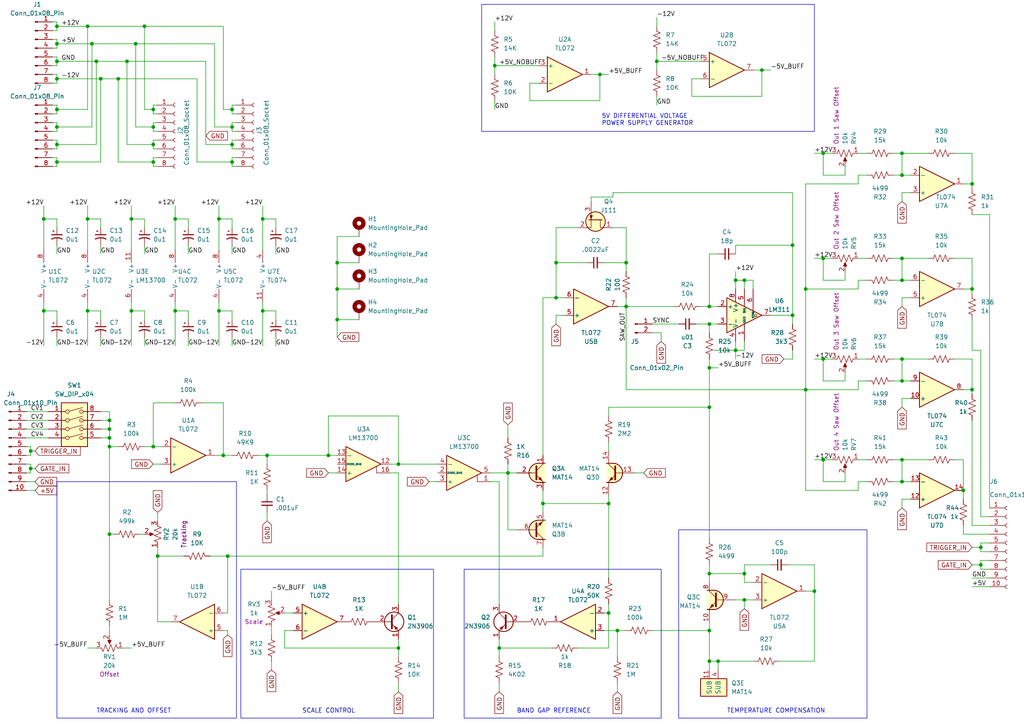
<source format=kicad_sch>
(kicad_sch
	(version 20231120)
	(generator "eeschema")
	(generator_version "8.0")
	(uuid "63dc24db-dfe6-454f-93d1-c2c5c66d52bf")
	(paper "A4")
	
	(junction
		(at 205.74 191.77)
		(diameter 0)
		(color 0 0 0 0)
		(uuid "02d28c79-d459-462f-9081-c317af3e2c95")
	)
	(junction
		(at 261.62 44.45)
		(diameter 0)
		(color 0 0 0 0)
		(uuid "05db7a96-52c6-467e-a261-273b13a5e1b9")
	)
	(junction
		(at 67.31 41.91)
		(diameter 0)
		(color 0 0 0 0)
		(uuid "060dc035-51e1-484d-80b5-f2916a9f1b9a")
	)
	(junction
		(at 16.51 17.78)
		(diameter 0)
		(color 0 0 0 0)
		(uuid "0f4b0b8f-3f10-48ee-9d0e-18f118714d44")
	)
	(junction
		(at 143.51 19.05)
		(diameter 0)
		(color 0 0 0 0)
		(uuid "14de10d1-3580-4055-a1b9-aa1ced3dd05c")
	)
	(junction
		(at 97.79 83.82)
		(diameter 0)
		(color 0 0 0 0)
		(uuid "181aea8e-61da-4555-aad6-9a69aec56590")
	)
	(junction
		(at 215.9 166.37)
		(diameter 0)
		(color 0 0 0 0)
		(uuid "191111c6-53da-4b8d-86f7-d99777b2bff9")
	)
	(junction
		(at 261.62 133.35)
		(diameter 0)
		(color 0 0 0 0)
		(uuid "19e51fc1-1bdb-4426-a028-b46fada03dd4")
	)
	(junction
		(at 26.67 12.7)
		(diameter 0)
		(color 0 0 0 0)
		(uuid "224de21a-efa9-4f80-9fba-bb522ee442cd")
	)
	(junction
		(at 238.76 133.35)
		(diameter 0)
		(color 0 0 0 0)
		(uuid "259b9f7e-ad00-4c46-8cb0-f03328b178af")
	)
	(junction
		(at 233.68 113.03)
		(diameter 0)
		(color 0 0 0 0)
		(uuid "284e8669-9ba9-4517-a751-14c775779505")
	)
	(junction
		(at 31.75 124.46)
		(diameter 0)
		(color 0 0 0 0)
		(uuid "28ca3ffc-4ee1-450b-aec4-14038a3c4f6b")
	)
	(junction
		(at 36.83 17.78)
		(diameter 0)
		(color 0 0 0 0)
		(uuid "28d92150-938a-405b-bcc9-a4fa2cc3af76")
	)
	(junction
		(at 213.36 101.6)
		(diameter 0)
		(color 0 0 0 0)
		(uuid "28fdd1b3-aaa2-43ec-8fa3-13aba725d42c")
	)
	(junction
		(at 27.94 17.78)
		(diameter 0)
		(color 0 0 0 0)
		(uuid "2cd87c0e-855e-482a-ac80-c880a026df8e")
	)
	(junction
		(at 238.76 44.45)
		(diameter 0)
		(color 0 0 0 0)
		(uuid "2d5d91a4-1556-4e54-946a-63e96724620c")
	)
	(junction
		(at 279.4 142.24)
		(diameter 0)
		(color 0 0 0 0)
		(uuid "2d961a5d-01dc-4d94-93c5-81849de497b9")
	)
	(junction
		(at 236.22 171.45)
		(diameter 0)
		(color 0 0 0 0)
		(uuid "379870b4-cc40-4cd1-8dcf-0ccd3549d9db")
	)
	(junction
		(at 16.51 41.91)
		(diameter 0)
		(color 0 0 0 0)
		(uuid "39a98e75-52cf-4f20-b1f8-7721f536eb58")
	)
	(junction
		(at 16.51 31.75)
		(diameter 0)
		(color 0 0 0 0)
		(uuid "3b9132c6-68e0-4b49-a322-5af2d3596e2f")
	)
	(junction
		(at 45.72 161.29)
		(diameter 0)
		(color 0 0 0 0)
		(uuid "3befbc10-f916-4743-adc3-b6f332d85435")
	)
	(junction
		(at 16.51 22.86)
		(diameter 0)
		(color 0 0 0 0)
		(uuid "3cb95570-1c3b-4a25-a20a-df1f36d3e2b0")
	)
	(junction
		(at 281.94 113.03)
		(diameter 0)
		(color 0 0 0 0)
		(uuid "3e74dd26-628f-4139-934a-46d7043f2f2f")
	)
	(junction
		(at 76.2 90.17)
		(diameter 0)
		(color 0 0 0 0)
		(uuid "3eca239c-4787-418e-8552-69198e4ebb2d")
	)
	(junction
		(at 16.51 46.99)
		(diameter 0)
		(color 0 0 0 0)
		(uuid "40b7cecb-e336-4dfe-adce-00853e4a7322")
	)
	(junction
		(at 76.2 63.5)
		(diameter 0)
		(color 0 0 0 0)
		(uuid "437c2e02-2bea-432a-9bfc-ba928fe0aee6")
	)
	(junction
		(at 44.45 41.91)
		(diameter 0)
		(color 0 0 0 0)
		(uuid "451f26b2-85b7-458d-aa6b-33a5316d3d69")
	)
	(junction
		(at 261.62 81.28)
		(diameter 0)
		(color 0 0 0 0)
		(uuid "45f7ca1f-f0bd-4a8f-a380-2ad398154912")
	)
	(junction
		(at 215.9 173.99)
		(diameter 0)
		(color 0 0 0 0)
		(uuid "4ac0c744-393e-4701-9bb6-a8278a3b8c82")
	)
	(junction
		(at 38.1 63.5)
		(diameter 0)
		(color 0 0 0 0)
		(uuid "4c575dac-b22f-4ca7-ac07-dfd726d831ae")
	)
	(junction
		(at 67.31 31.75)
		(diameter 0)
		(color 0 0 0 0)
		(uuid "50523e3b-5d9c-4f2b-a58f-fbf3162125c8")
	)
	(junction
		(at 25.4 90.17)
		(diameter 0)
		(color 0 0 0 0)
		(uuid "5077d700-1ce0-4891-8d0d-b6107bf66f73")
	)
	(junction
		(at 281.94 53.34)
		(diameter 0)
		(color 0 0 0 0)
		(uuid "51222078-09fa-4346-980b-283fbecfac94")
	)
	(junction
		(at 238.76 74.93)
		(diameter 0)
		(color 0 0 0 0)
		(uuid "53723d0b-15b3-49a2-bca4-aa2a8f4d2f11")
	)
	(junction
		(at 190.5 17.78)
		(diameter 0)
		(color 0 0 0 0)
		(uuid "58c442c5-d450-4bba-bbbc-0638891e20b6")
	)
	(junction
		(at 261.62 50.8)
		(diameter 0)
		(color 0 0 0 0)
		(uuid "5ace3043-68b8-4bfb-8318-d526d0d40c1a")
	)
	(junction
		(at 261.62 74.93)
		(diameter 0)
		(color 0 0 0 0)
		(uuid "5ba77f92-29d2-4ca9-8cd2-707f6551d8c0")
	)
	(junction
		(at 38.1 90.17)
		(diameter 0)
		(color 0 0 0 0)
		(uuid "5dc49dd7-8137-489e-9793-77179eb6f75c")
	)
	(junction
		(at 39.37 12.7)
		(diameter 0)
		(color 0 0 0 0)
		(uuid "612735aa-685c-4d87-afe0-59a4c358082c")
	)
	(junction
		(at 63.5 63.5)
		(diameter 0)
		(color 0 0 0 0)
		(uuid "6227a030-f933-467f-96a2-bb6f9f9ac0c9")
	)
	(junction
		(at 281.94 83.82)
		(diameter 0)
		(color 0 0 0 0)
		(uuid "653210ab-6d07-4152-a41a-69eadd469c7b")
	)
	(junction
		(at 95.25 132.08)
		(diameter 0)
		(color 0 0 0 0)
		(uuid "6546ad1b-590a-4f88-a7a0-44a1a0e27c6c")
	)
	(junction
		(at 205.74 166.37)
		(diameter 0)
		(color 0 0 0 0)
		(uuid "66fa370d-2b91-4073-b28a-eb63d8a0f0f3")
	)
	(junction
		(at 261.62 139.7)
		(diameter 0)
		(color 0 0 0 0)
		(uuid "67ac7e8e-3770-4293-8a93-2801529acd97")
	)
	(junction
		(at 16.51 12.7)
		(diameter 0)
		(color 0 0 0 0)
		(uuid "67cc9a24-a4ea-481f-8289-21ef8a99df9c")
	)
	(junction
		(at 31.75 129.54)
		(diameter 0)
		(color 0 0 0 0)
		(uuid "6a9dfdbc-f6a5-4237-8378-f597f0d3dab7")
	)
	(junction
		(at 66.04 161.29)
		(diameter 0)
		(color 0 0 0 0)
		(uuid "6f193a39-29d5-4cb4-b9fc-841442832b84")
	)
	(junction
		(at 205.74 118.11)
		(diameter 0)
		(color 0 0 0 0)
		(uuid "73778358-ab93-4b85-b2fc-a3ec569848ba")
	)
	(junction
		(at 97.79 76.2)
		(diameter 0)
		(color 0 0 0 0)
		(uuid "77bf604e-e6ea-419a-86f7-64457bf80567")
	)
	(junction
		(at 31.75 127)
		(diameter 0)
		(color 0 0 0 0)
		(uuid "79fdc1af-168a-4a74-86af-fda9f4ec0a6e")
	)
	(junction
		(at 205.74 88.9)
		(diameter 0)
		(color 0 0 0 0)
		(uuid "7b02d926-b020-4ff4-b51a-4b4509c7148c")
	)
	(junction
		(at 67.31 46.99)
		(diameter 0)
		(color 0 0 0 0)
		(uuid "7c2a0ef1-997d-437f-beaf-62c7f832ec63")
	)
	(junction
		(at 229.87 71.12)
		(diameter 0)
		(color 0 0 0 0)
		(uuid "7c657834-cd77-477b-979d-a7522182d54f")
	)
	(junction
		(at 16.51 36.83)
		(diameter 0)
		(color 0 0 0 0)
		(uuid "826bdb3c-60c9-433e-a3ac-92b2cf5453ae")
	)
	(junction
		(at 179.07 182.88)
		(diameter 0)
		(color 0 0 0 0)
		(uuid "8363bcda-454e-409a-9230-a5e427c83726")
	)
	(junction
		(at 261.62 104.14)
		(diameter 0)
		(color 0 0 0 0)
		(uuid "845f905b-d44e-4ce8-a33e-12c324f56898")
	)
	(junction
		(at 229.87 91.44)
		(diameter 0)
		(color 0 0 0 0)
		(uuid "851d8e79-c3b5-4eb5-9909-804e97824216")
	)
	(junction
		(at 67.31 36.83)
		(diameter 0)
		(color 0 0 0 0)
		(uuid "85ec822c-74a4-4944-8057-9a0e4cd147e9")
	)
	(junction
		(at 181.61 88.9)
		(diameter 0)
		(color 0 0 0 0)
		(uuid "8b71a218-699a-42c8-bf15-f37776b9237d")
	)
	(junction
		(at 12.7 63.5)
		(diameter 0)
		(color 0 0 0 0)
		(uuid "9015075c-6923-4d00-a467-5bc5ad25ab46")
	)
	(junction
		(at 8.89 130.81)
		(diameter 0)
		(color 0 0 0 0)
		(uuid "98206fa2-6356-41e9-b616-e5ac09bc71fe")
	)
	(junction
		(at 16.51 7.62)
		(diameter 0)
		(color 0 0 0 0)
		(uuid "9cafb792-45dc-4854-bcc9-66d79554d0a2")
	)
	(junction
		(at 233.68 83.82)
		(diameter 0)
		(color 0 0 0 0)
		(uuid "9cf160f6-ed22-4481-892c-0ffca071be43")
	)
	(junction
		(at 205.74 106.68)
		(diameter 0)
		(color 0 0 0 0)
		(uuid "aa97b8d0-6d1a-4797-9456-d45590d4bebc")
	)
	(junction
		(at 44.45 129.54)
		(diameter 0)
		(color 0 0 0 0)
		(uuid "abe686a8-c471-4b7d-a812-b2b3b820b923")
	)
	(junction
		(at 44.45 31.75)
		(diameter 0)
		(color 0 0 0 0)
		(uuid "ae8d97da-0648-4957-a69d-d324f4080444")
	)
	(junction
		(at 208.28 191.77)
		(diameter 0)
		(color 0 0 0 0)
		(uuid "b3939867-4356-46fa-8dfb-ab9f664700e4")
	)
	(junction
		(at 261.62 110.49)
		(diameter 0)
		(color 0 0 0 0)
		(uuid "ba1e6c11-76b9-41c1-b4a0-c748f2dd1d18")
	)
	(junction
		(at 41.91 7.62)
		(diameter 0)
		(color 0 0 0 0)
		(uuid "bb7f34c7-be28-4ae5-8acb-435c523647ee")
	)
	(junction
		(at 77.47 132.08)
		(diameter 0)
		(color 0 0 0 0)
		(uuid "bdf1ddca-397c-4ee8-bd0d-7095acd8723a")
	)
	(junction
		(at 25.4 7.62)
		(diameter 0)
		(color 0 0 0 0)
		(uuid "c02d04ac-efd1-4616-8d07-9f81fc09e57c")
	)
	(junction
		(at 176.53 177.8)
		(diameter 0)
		(color 0 0 0 0)
		(uuid "c02d2971-aa2c-4e0d-85a5-fcc97c4bfc8d")
	)
	(junction
		(at 213.36 81.28)
		(diameter 0)
		(color 0 0 0 0)
		(uuid "c047cadc-f2f0-4eee-b4af-6700e040091d")
	)
	(junction
		(at 157.48 146.05)
		(diameter 0)
		(color 0 0 0 0)
		(uuid "c6c108a2-e574-48ad-b9e4-f4e5ae4a70ec")
	)
	(junction
		(at 147.32 137.16)
		(diameter 0)
		(color 0 0 0 0)
		(uuid "ca6aea49-affb-4aed-b37c-2b8ee9e2e13b")
	)
	(junction
		(at 97.79 92.71)
		(diameter 0)
		(color 0 0 0 0)
		(uuid "caf49574-4000-4da1-84f3-4072ff0bb835")
	)
	(junction
		(at 63.5 90.17)
		(diameter 0)
		(color 0 0 0 0)
		(uuid "cc063f0d-b04d-4e0b-b105-c025d8be7cba")
	)
	(junction
		(at 144.78 187.96)
		(diameter 0)
		(color 0 0 0 0)
		(uuid "cc65bcd7-6394-47b9-a301-953198765ab3")
	)
	(junction
		(at 50.8 90.17)
		(diameter 0)
		(color 0 0 0 0)
		(uuid "cd17a52a-148c-47e4-928f-243c45c56950")
	)
	(junction
		(at 115.57 187.96)
		(diameter 0)
		(color 0 0 0 0)
		(uuid "d468d4f5-bf84-4cf5-97d3-2dacbdb7643d")
	)
	(junction
		(at 50.8 63.5)
		(diameter 0)
		(color 0 0 0 0)
		(uuid "d47f8a04-853b-4a0c-b5ce-df3d2c60b307")
	)
	(junction
		(at 181.61 76.2)
		(diameter 0)
		(color 0 0 0 0)
		(uuid "d8144698-1ae9-4c22-b4dc-8e96a97ce566")
	)
	(junction
		(at 205.74 182.88)
		(diameter 0)
		(color 0 0 0 0)
		(uuid "d875d131-75fb-46de-b133-4b613e01bd91")
	)
	(junction
		(at 31.75 154.94)
		(diameter 0)
		(color 0 0 0 0)
		(uuid "d9630e86-7f84-4bc5-9c12-f06ce0edbea1")
	)
	(junction
		(at 31.75 121.92)
		(diameter 0)
		(color 0 0 0 0)
		(uuid "db476612-4e48-42fe-a349-fe9898f8f015")
	)
	(junction
		(at 12.7 90.17)
		(diameter 0)
		(color 0 0 0 0)
		(uuid "dbac3823-40b3-4f75-ab06-284c581cce5f")
	)
	(junction
		(at 25.4 63.5)
		(diameter 0)
		(color 0 0 0 0)
		(uuid "de29aa0b-7363-464e-84c9-84616c236a20")
	)
	(junction
		(at 238.76 104.14)
		(diameter 0)
		(color 0 0 0 0)
		(uuid "dfb4a37e-5908-4812-a5a2-cc55e562df03")
	)
	(junction
		(at 284.48 158.75)
		(diameter 0)
		(color 0 0 0 0)
		(uuid "e1de0142-f526-4ac8-88bd-5167b78648d0")
	)
	(junction
		(at 220.98 20.32)
		(diameter 0)
		(color 0 0 0 0)
		(uuid "e58ea217-87ea-4483-a398-703602f0e43e")
	)
	(junction
		(at 34.29 22.86)
		(diameter 0)
		(color 0 0 0 0)
		(uuid "e634ba14-030e-4816-8efe-2f9974cb8f95")
	)
	(junction
		(at 173.99 21.59)
		(diameter 0)
		(color 0 0 0 0)
		(uuid "e7667b80-b2d7-4304-aa65-f2f872143bfc")
	)
	(junction
		(at 44.45 46.99)
		(diameter 0)
		(color 0 0 0 0)
		(uuid "e897f4de-9438-4643-89d3-09cffcc4a072")
	)
	(junction
		(at 284.48 163.83)
		(diameter 0)
		(color 0 0 0 0)
		(uuid "ea38025c-a9c3-44dc-8d62-c8d045a17710")
	)
	(junction
		(at 44.45 36.83)
		(diameter 0)
		(color 0 0 0 0)
		(uuid "ec85cfaa-5dd2-47dc-af00-911571f5f957")
	)
	(junction
		(at 29.21 22.86)
		(diameter 0)
		(color 0 0 0 0)
		(uuid "ee49ddf5-5e54-4693-a05c-cc3c196e39de")
	)
	(junction
		(at 161.29 76.2)
		(diameter 0)
		(color 0 0 0 0)
		(uuid "f225e852-43ac-4dc9-a6d2-800b2a87f74d")
	)
	(junction
		(at 8.89 135.89)
		(diameter 0)
		(color 0 0 0 0)
		(uuid "f32884a4-6fd1-4635-9783-3aadc523fa31")
	)
	(junction
		(at 64.77 132.08)
		(diameter 0)
		(color 0 0 0 0)
		(uuid "f3df0816-33b9-4994-98fe-8667ea051cbb")
	)
	(junction
		(at 161.29 86.36)
		(diameter 0)
		(color 0 0 0 0)
		(uuid "f45f9c8a-bdf6-40bc-8aa4-31e8a88e996c")
	)
	(junction
		(at 115.57 134.62)
		(diameter 0)
		(color 0 0 0 0)
		(uuid "f7da8d6f-94c1-4467-92cd-6fe8d01d9ffe")
	)
	(junction
		(at 215.9 81.28)
		(diameter 0)
		(color 0 0 0 0)
		(uuid "fad388bd-5621-467b-8d92-e119bac331fa")
	)
	(junction
		(at 176.53 146.05)
		(diameter 0)
		(color 0 0 0 0)
		(uuid "fdeadcc8-56a8-457b-a0ae-8e2b2ae837f9")
	)
	(junction
		(at 205.74 93.98)
		(diameter 0)
		(color 0 0 0 0)
		(uuid "fe0404f4-e9a3-42f0-b6b9-dce9b6e8e3ae")
	)
	(wire
		(pts
			(xy 238.76 44.45) (xy 238.76 50.8)
		)
		(stroke
			(width 0)
			(type default)
		)
		(uuid "008756e6-078b-40c6-89ee-f1b28b87dcea")
	)
	(wire
		(pts
			(xy 284.48 162.56) (xy 284.48 163.83)
		)
		(stroke
			(width 0)
			(type default)
		)
		(uuid "00921b9d-c1da-48f6-a241-e3866d099d23")
	)
	(wire
		(pts
			(xy 215.9 173.99) (xy 218.44 173.99)
		)
		(stroke
			(width 0)
			(type default)
		)
		(uuid "0105ad1b-992b-4cad-81f8-454d8034fb90")
	)
	(wire
		(pts
			(xy 33.02 154.94) (xy 31.75 154.94)
		)
		(stroke
			(width 0)
			(type default)
		)
		(uuid "016c7c88-e3d2-4f4b-ba97-da3f2443267b")
	)
	(wire
		(pts
			(xy 284.48 165.1) (xy 287.02 165.1)
		)
		(stroke
			(width 0)
			(type default)
		)
		(uuid "019ac70c-fc2a-4182-82fa-03fbda47abbd")
	)
	(wire
		(pts
			(xy 15.24 19.05) (xy 16.51 19.05)
		)
		(stroke
			(width 0)
			(type default)
		)
		(uuid "01a3f4f0-bfab-461f-bd49-9691f84fb5b7")
	)
	(wire
		(pts
			(xy 115.57 137.16) (xy 115.57 175.26)
		)
		(stroke
			(width 0)
			(type default)
		)
		(uuid "028fb301-a538-4127-9402-03d990b883f4")
	)
	(wire
		(pts
			(xy 245.11 110.49) (xy 245.11 107.95)
		)
		(stroke
			(width 0)
			(type default)
		)
		(uuid "039397a0-0c4b-49fe-9540-17a6ee08f569")
	)
	(wire
		(pts
			(xy 147.32 134.62) (xy 147.32 137.16)
		)
		(stroke
			(width 0)
			(type default)
		)
		(uuid "06181cb3-e4a2-4d57-89f4-00563d4d3fbb")
	)
	(wire
		(pts
			(xy 226.06 191.77) (xy 236.22 191.77)
		)
		(stroke
			(width 0)
			(type default)
		)
		(uuid "071d855d-d254-484f-9bd1-cde8a3e72185")
	)
	(wire
		(pts
			(xy 279.4 133.35) (xy 279.4 142.24)
		)
		(stroke
			(width 0)
			(type default)
		)
		(uuid "0729f6b8-e0a8-43a3-8e15-1c1ba7763326")
	)
	(wire
		(pts
			(xy 181.61 88.9) (xy 181.61 113.03)
		)
		(stroke
			(width 0)
			(type default)
		)
		(uuid "074f0c0f-debc-4d0b-b025-490a59123c7e")
	)
	(wire
		(pts
			(xy 189.23 182.88) (xy 205.74 182.88)
		)
		(stroke
			(width 0)
			(type default)
		)
		(uuid "07cee4cf-f1b6-47b8-a0a2-2d676094a822")
	)
	(wire
		(pts
			(xy 76.2 90.17) (xy 76.2 100.33)
		)
		(stroke
			(width 0)
			(type default)
		)
		(uuid "07f502c3-bc37-461e-a7f6-6e7f42bdd5ba")
	)
	(wire
		(pts
			(xy 45.72 158.75) (xy 45.72 161.29)
		)
		(stroke
			(width 0)
			(type default)
		)
		(uuid "086d0fb6-427a-4555-b917-3a60d89b8b38")
	)
	(wire
		(pts
			(xy 44.45 36.83) (xy 39.37 36.83)
		)
		(stroke
			(width 0)
			(type default)
		)
		(uuid "08b527c1-c437-4b05-99c2-e61eea347dca")
	)
	(wire
		(pts
			(xy 236.22 191.77) (xy 236.22 171.45)
		)
		(stroke
			(width 0)
			(type default)
		)
		(uuid "090c97ad-fc0d-461e-8278-8470b61118aa")
	)
	(wire
		(pts
			(xy 67.31 45.72) (xy 67.31 46.99)
		)
		(stroke
			(width 0)
			(type default)
		)
		(uuid "09846f50-6803-41c8-8da5-c1f8313200af")
	)
	(wire
		(pts
			(xy 233.68 53.34) (xy 248.92 53.34)
		)
		(stroke
			(width 0)
			(type default)
		)
		(uuid "0aefa795-e188-4d65-a92a-0a5225f9bd64")
	)
	(wire
		(pts
			(xy 95.25 120.65) (xy 115.57 120.65)
		)
		(stroke
			(width 0)
			(type default)
		)
		(uuid "0b5b9d2e-f643-4685-9b4e-4c8c8f3165b0")
	)
	(wire
		(pts
			(xy 16.51 35.56) (xy 16.51 36.83)
		)
		(stroke
			(width 0)
			(type default)
		)
		(uuid "0ba4eae7-492e-4f52-9f4a-5e936d1d91cb")
	)
	(wire
		(pts
			(xy 67.31 90.17) (xy 63.5 90.17)
		)
		(stroke
			(width 0)
			(type default)
		)
		(uuid "0c6683bd-b95a-4bd0-91cd-5b5d474e0e6f")
	)
	(wire
		(pts
			(xy 236.22 74.93) (xy 238.76 74.93)
		)
		(stroke
			(width 0)
			(type default)
		)
		(uuid "0cf27515-0f5c-400c-bba7-79a7efcb20a0")
	)
	(wire
		(pts
			(xy 218.44 191.77) (xy 208.28 191.77)
		)
		(stroke
			(width 0)
			(type default)
		)
		(uuid "0d0c0a48-5054-4cfb-9621-cd87fce09c04")
	)
	(wire
		(pts
			(xy 220.98 27.94) (xy 220.98 20.32)
		)
		(stroke
			(width 0)
			(type default)
		)
		(uuid "0e6f7150-293b-442a-864c-f87041e0e882")
	)
	(wire
		(pts
			(xy 16.51 7.62) (xy 16.51 8.89)
		)
		(stroke
			(width 0)
			(type default)
		)
		(uuid "0f047774-ea2d-40a0-a607-34e6444893e4")
	)
	(wire
		(pts
			(xy 179.07 88.9) (xy 181.61 88.9)
		)
		(stroke
			(width 0)
			(type default)
		)
		(uuid "0f12c03e-c520-4463-8c37-1ffd4e25a3dc")
	)
	(wire
		(pts
			(xy 261.62 50.8) (xy 264.16 50.8)
		)
		(stroke
			(width 0)
			(type default)
		)
		(uuid "0f427477-bcad-4509-be29-0a3385314f0d")
	)
	(wire
		(pts
			(xy 16.51 16.51) (xy 16.51 17.78)
		)
		(stroke
			(width 0)
			(type default)
		)
		(uuid "10711f3f-82cc-44a9-b5b2-c64a174634b8")
	)
	(wire
		(pts
			(xy 44.45 30.48) (xy 44.45 31.75)
		)
		(stroke
			(width 0)
			(type default)
		)
		(uuid "10a433c6-8ea9-4a3f-930b-f1d74636deab")
	)
	(wire
		(pts
			(xy 29.21 63.5) (xy 29.21 66.04)
		)
		(stroke
			(width 0)
			(type default)
		)
		(uuid "111995d7-2a35-4cf7-bc95-ffe4015459b8")
	)
	(wire
		(pts
			(xy 95.25 137.16) (xy 97.79 137.16)
		)
		(stroke
			(width 0)
			(type default)
		)
		(uuid "1132b01e-fa5e-4c28-af4e-1fa641949306")
	)
	(wire
		(pts
			(xy 8.89 135.89) (xy 10.16 135.89)
		)
		(stroke
			(width 0)
			(type default)
		)
		(uuid "120d104b-fcc1-497e-8ec4-20d1072d0208")
	)
	(wire
		(pts
			(xy 97.79 76.2) (xy 104.14 76.2)
		)
		(stroke
			(width 0)
			(type default)
		)
		(uuid "128695fc-9375-4643-af6b-0a382391b7aa")
	)
	(wire
		(pts
			(xy 161.29 86.36) (xy 163.83 86.36)
		)
		(stroke
			(width 0)
			(type default)
		)
		(uuid "12e6c315-4970-46cc-94aa-047303923525")
	)
	(wire
		(pts
			(xy 200.66 22.86) (xy 200.66 27.94)
		)
		(stroke
			(width 0)
			(type default)
		)
		(uuid "134c2193-8fde-4762-bbf5-c894679a8e5b")
	)
	(wire
		(pts
			(xy 45.72 161.29) (xy 53.34 161.29)
		)
		(stroke
			(width 0)
			(type default)
		)
		(uuid "13c6dbcb-ef2d-4c69-ba85-b29ca6189b62")
	)
	(wire
		(pts
			(xy 284.48 157.48) (xy 284.48 158.75)
		)
		(stroke
			(width 0)
			(type default)
		)
		(uuid "13cf99cf-8754-4c75-8888-c7d9c89c05be")
	)
	(wire
		(pts
			(xy 205.74 166.37) (xy 205.74 168.91)
		)
		(stroke
			(width 0)
			(type default)
		)
		(uuid "13d74157-1962-4e2f-8da4-c310ba7f3087")
	)
	(wire
		(pts
			(xy 238.76 110.49) (xy 245.11 110.49)
		)
		(stroke
			(width 0)
			(type default)
		)
		(uuid "14242cf7-d953-4bd3-9826-82ada75bb40c")
	)
	(wire
		(pts
			(xy 279.4 83.82) (xy 281.94 83.82)
		)
		(stroke
			(width 0)
			(type default)
		)
		(uuid "15cc6e8d-907f-4cce-a5bd-3a1d4d6297a0")
	)
	(wire
		(pts
			(xy 44.45 45.72) (xy 44.45 46.99)
		)
		(stroke
			(width 0)
			(type default)
		)
		(uuid "1603b843-5bc8-4857-8cb9-30caa60b442c")
	)
	(wire
		(pts
			(xy 31.75 129.54) (xy 31.75 154.94)
		)
		(stroke
			(width 0)
			(type default)
		)
		(uuid "162976a6-1048-4d07-9a52-39c77dc7d7d8")
	)
	(wire
		(pts
			(xy 12.7 63.5) (xy 12.7 72.39)
		)
		(stroke
			(width 0)
			(type default)
		)
		(uuid "1700e657-3276-4cff-b64b-8739b4d2b6bb")
	)
	(wire
		(pts
			(xy 238.76 50.8) (xy 245.11 50.8)
		)
		(stroke
			(width 0)
			(type default)
		)
		(uuid "1705d175-af2f-4c79-b052-754168a83c10")
	)
	(wire
		(pts
			(xy 16.51 45.72) (xy 16.51 46.99)
		)
		(stroke
			(width 0)
			(type default)
		)
		(uuid "173f1ac7-723c-4308-ab87-bba84246c1e8")
	)
	(wire
		(pts
			(xy 44.45 31.75) (xy 44.45 33.02)
		)
		(stroke
			(width 0)
			(type default)
		)
		(uuid "17ab8e2a-629a-4fd5-9934-963d7395479a")
	)
	(wire
		(pts
			(xy 77.47 142.24) (xy 77.47 143.51)
		)
		(stroke
			(width 0)
			(type default)
		)
		(uuid "17d18736-819c-4610-8629-ff2df464d66f")
	)
	(wire
		(pts
			(xy 64.77 7.62) (xy 41.91 7.62)
		)
		(stroke
			(width 0)
			(type default)
		)
		(uuid "183d3b33-20be-4fcc-b2ca-39c31235e985")
	)
	(wire
		(pts
			(xy 281.94 101.6) (xy 284.48 101.6)
		)
		(stroke
			(width 0)
			(type default)
		)
		(uuid "18612be7-738d-465b-843e-ac20c7381072")
	)
	(wire
		(pts
			(xy 248.92 44.45) (xy 251.46 44.45)
		)
		(stroke
			(width 0)
			(type default)
		)
		(uuid "19744933-4666-4be3-a58b-004632953803")
	)
	(wire
		(pts
			(xy 215.9 173.99) (xy 215.9 176.53)
		)
		(stroke
			(width 0)
			(type default)
		)
		(uuid "19d83f7d-b25a-41b6-9f95-bedfcb279166")
	)
	(wire
		(pts
			(xy 144.78 187.96) (xy 144.78 185.42)
		)
		(stroke
			(width 0)
			(type default)
		)
		(uuid "19ebfaec-20a1-4b5e-a8e5-4bee273629a5")
	)
	(wire
		(pts
			(xy 44.45 40.64) (xy 45.72 40.64)
		)
		(stroke
			(width 0)
			(type default)
		)
		(uuid "1a0d48ad-9ca0-4fc5-8b2d-f0285aae76fa")
	)
	(wire
		(pts
			(xy 215.9 166.37) (xy 215.9 168.91)
		)
		(stroke
			(width 0)
			(type default)
		)
		(uuid "1b0039dc-b4b7-47c2-9601-3855521f5679")
	)
	(wire
		(pts
			(xy 281.94 163.83) (xy 284.48 163.83)
		)
		(stroke
			(width 0)
			(type default)
		)
		(uuid "1b3582c7-b565-499c-b6aa-79d5a31476c7")
	)
	(wire
		(pts
			(xy 67.31 97.79) (xy 67.31 100.33)
		)
		(stroke
			(width 0)
			(type default)
		)
		(uuid "1b46f1ec-a9b4-4c95-b3be-afe21db28bdf")
	)
	(wire
		(pts
			(xy 238.76 133.35) (xy 238.76 139.7)
		)
		(stroke
			(width 0)
			(type default)
		)
		(uuid "1bbd820b-6554-4773-9d71-2990578d6db2")
	)
	(wire
		(pts
			(xy 39.37 36.83) (xy 39.37 12.7)
		)
		(stroke
			(width 0)
			(type default)
		)
		(uuid "1c8951c2-4f48-4666-bb48-1c23b40861af")
	)
	(wire
		(pts
			(xy 157.48 161.29) (xy 157.48 158.75)
		)
		(stroke
			(width 0)
			(type default)
		)
		(uuid "1ca18d38-750a-4bee-94a4-e713d6f12607")
	)
	(wire
		(pts
			(xy 281.94 113.03) (xy 281.94 114.3)
		)
		(stroke
			(width 0)
			(type default)
		)
		(uuid "1d93acad-43fe-48e0-90f2-9648e606ae0e")
	)
	(wire
		(pts
			(xy 44.45 46.99) (xy 34.29 46.99)
		)
		(stroke
			(width 0)
			(type default)
		)
		(uuid "1dc10fe6-c769-4aad-8f7d-1f1428cf53b0")
	)
	(wire
		(pts
			(xy 31.75 121.92) (xy 31.75 124.46)
		)
		(stroke
			(width 0)
			(type default)
		)
		(uuid "1dfd3111-2c9e-41dc-969c-487ab1e06672")
	)
	(wire
		(pts
			(xy 205.74 163.83) (xy 205.74 166.37)
		)
		(stroke
			(width 0)
			(type default)
		)
		(uuid "1e370814-0218-4e8e-83b6-51086aed191a")
	)
	(wire
		(pts
			(xy 15.24 43.18) (xy 16.51 43.18)
		)
		(stroke
			(width 0)
			(type default)
		)
		(uuid "205c8651-3217-479c-adad-a45e96e1743c")
	)
	(wire
		(pts
			(xy 67.31 63.5) (xy 67.31 66.04)
		)
		(stroke
			(width 0)
			(type default)
		)
		(uuid "20ac65ce-9871-4382-b472-8efe774cd676")
	)
	(wire
		(pts
			(xy 261.62 144.78) (xy 261.62 147.32)
		)
		(stroke
			(width 0)
			(type default)
		)
		(uuid "212e187d-3e9d-401c-857f-3f6b6eefe54d")
	)
	(wire
		(pts
			(xy 38.1 59.69) (xy 38.1 63.5)
		)
		(stroke
			(width 0)
			(type default)
		)
		(uuid "21d489e3-c866-4c34-a101-7fd2e27807b0")
	)
	(wire
		(pts
			(xy 25.4 63.5) (xy 25.4 72.39)
		)
		(stroke
			(width 0)
			(type default)
		)
		(uuid "24c00345-f521-4732-819c-4fd2eb641dbe")
	)
	(wire
		(pts
			(xy 29.21 46.99) (xy 29.21 22.86)
		)
		(stroke
			(width 0)
			(type default)
		)
		(uuid "2516e3a0-7986-4a0d-8f00-d9030d78be16")
	)
	(wire
		(pts
			(xy 50.8 59.69) (xy 50.8 63.5)
		)
		(stroke
			(width 0)
			(type default)
		)
		(uuid "259620ad-974b-4483-94d6-d3002e115647")
	)
	(wire
		(pts
			(xy 251.46 81.28) (xy 248.92 81.28)
		)
		(stroke
			(width 0)
			(type default)
		)
		(uuid "25f34d01-002c-411b-aa24-e32737fdbf3e")
	)
	(wire
		(pts
			(xy 80.01 63.5) (xy 80.01 66.04)
		)
		(stroke
			(width 0)
			(type default)
		)
		(uuid "26bdc651-611a-4c65-8ed7-fa07bf0990eb")
	)
	(wire
		(pts
			(xy 259.08 133.35) (xy 261.62 133.35)
		)
		(stroke
			(width 0)
			(type default)
		)
		(uuid "277351ff-0b63-46d1-91f1-2b415d7d1609")
	)
	(wire
		(pts
			(xy 16.51 11.43) (xy 16.51 12.7)
		)
		(stroke
			(width 0)
			(type default)
		)
		(uuid "284b98d6-f289-4184-b160-a373f9c2d7fd")
	)
	(wire
		(pts
			(xy 142.24 137.16) (xy 147.32 137.16)
		)
		(stroke
			(width 0)
			(type default)
		)
		(uuid "28fb525d-f2d3-47fc-8b90-f7bf1e0c84c3")
	)
	(wire
		(pts
			(xy 40.64 154.94) (xy 41.91 154.94)
		)
		(stroke
			(width 0)
			(type default)
		)
		(uuid "2b239655-abc4-48b3-b0c5-a557addb49bc")
	)
	(wire
		(pts
			(xy 229.87 104.14) (xy 229.87 101.6)
		)
		(stroke
			(width 0)
			(type default)
		)
		(uuid "2b8cc0ba-8519-456b-b341-4af80b0c9c2e")
	)
	(wire
		(pts
			(xy 213.36 101.6) (xy 207.01 101.6)
		)
		(stroke
			(width 0)
			(type default)
		)
		(uuid "2bc080e9-1b95-4541-b7d9-ee007aa50f2b")
	)
	(wire
		(pts
			(xy 189.23 93.98) (xy 196.85 93.98)
		)
		(stroke
			(width 0)
			(type default)
		)
		(uuid "2c1a3837-42e4-4303-9434-caad6d312654")
	)
	(wire
		(pts
			(xy 213.36 99.06) (xy 213.36 101.6)
		)
		(stroke
			(width 0)
			(type default)
		)
		(uuid "2c2273e0-892d-4d7d-a181-00df2c27a824")
	)
	(wire
		(pts
			(xy 97.79 92.71) (xy 104.14 92.71)
		)
		(stroke
			(width 0)
			(type default)
		)
		(uuid "2d4922c8-d792-4d04-b880-9e9c623e202d")
	)
	(wire
		(pts
			(xy 25.4 87.63) (xy 25.4 90.17)
		)
		(stroke
			(width 0)
			(type default)
		)
		(uuid "2d50bd2f-ac44-4ae4-bac4-b8194d9cfaa8")
	)
	(wire
		(pts
			(xy 16.51 71.12) (xy 16.51 73.66)
		)
		(stroke
			(width 0)
			(type default)
		)
		(uuid "2e9261fb-a231-4047-ba23-e76478165a43")
	)
	(wire
		(pts
			(xy 59.69 41.91) (xy 59.69 17.78)
		)
		(stroke
			(width 0)
			(type default)
		)
		(uuid "2fdebe01-e43f-4383-80ac-89f00b41f5a0")
	)
	(wire
		(pts
			(xy 63.5 63.5) (xy 67.31 63.5)
		)
		(stroke
			(width 0)
			(type default)
		)
		(uuid "30260235-4f34-4024-8140-e1db1b62d683")
	)
	(wire
		(pts
			(xy 153.67 29.21) (xy 173.99 29.21)
		)
		(stroke
			(width 0)
			(type default)
		)
		(uuid "303bba50-5b57-432c-9579-909352d53f99")
	)
	(wire
		(pts
			(xy 190.5 17.78) (xy 190.5 20.32)
		)
		(stroke
			(width 0)
			(type default)
		)
		(uuid "3204d430-cd53-4016-9478-549d79f9cbe8")
	)
	(wire
		(pts
			(xy 143.51 19.05) (xy 143.51 21.59)
		)
		(stroke
			(width 0)
			(type default)
		)
		(uuid "34319728-c1ad-45c7-8c3a-4f1af6f19761")
	)
	(wire
		(pts
			(xy 16.51 36.83) (xy 26.67 36.83)
		)
		(stroke
			(width 0)
			(type default)
		)
		(uuid "351d7693-e853-46a9-b9a4-608ede19f327")
	)
	(wire
		(pts
			(xy 238.76 104.14) (xy 238.76 110.49)
		)
		(stroke
			(width 0)
			(type default)
		)
		(uuid "35637ab6-f98c-4720-9421-2502d1b85c8e")
	)
	(wire
		(pts
			(xy 205.74 191.77) (xy 205.74 194.31)
		)
		(stroke
			(width 0)
			(type default)
		)
		(uuid "35670ec4-1b37-4dfb-88c4-8aa63c8db45a")
	)
	(wire
		(pts
			(xy 67.31 33.02) (xy 67.31 31.75)
		)
		(stroke
			(width 0)
			(type default)
		)
		(uuid "362ff90f-34c6-442a-bc30-8279be992146")
	)
	(wire
		(pts
			(xy 16.51 41.91) (xy 27.94 41.91)
		)
		(stroke
			(width 0)
			(type default)
		)
		(uuid "36d28164-19a2-40a3-9fbc-b32387fd742d")
	)
	(wire
		(pts
			(xy 264.16 55.88) (xy 261.62 55.88)
		)
		(stroke
			(width 0)
			(type default)
		)
		(uuid "379316ee-c44d-489f-9bae-ce4b1a6e41ef")
	)
	(wire
		(pts
			(xy 179.07 190.5) (xy 179.07 182.88)
		)
		(stroke
			(width 0)
			(type default)
		)
		(uuid "37ca9b72-fde4-41ee-ba9d-d4ff5f50e261")
	)
	(wire
		(pts
			(xy 233.68 83.82) (xy 233.68 53.34)
		)
		(stroke
			(width 0)
			(type default)
		)
		(uuid "38d52db3-6d3b-4fb5-9af4-85833511bb00")
	)
	(wire
		(pts
			(xy 261.62 139.7) (xy 264.16 139.7)
		)
		(stroke
			(width 0)
			(type default)
		)
		(uuid "3a8d8a8a-2c54-4e31-998c-b0645454bc1d")
	)
	(wire
		(pts
			(xy 67.31 36.83) (xy 62.23 36.83)
		)
		(stroke
			(width 0)
			(type default)
		)
		(uuid "3c08e614-a732-496f-8c11-ac8c0b552187")
	)
	(wire
		(pts
			(xy 34.29 46.99) (xy 34.29 22.86)
		)
		(stroke
			(width 0)
			(type default)
		)
		(uuid "3c970470-6047-4d0e-84e1-37147081e54b")
	)
	(wire
		(pts
			(xy 279.4 154.94) (xy 279.4 152.4)
		)
		(stroke
			(width 0)
			(type default)
		)
		(uuid "3d1fefe9-2595-4bcf-a016-66cdf156feb0")
	)
	(wire
		(pts
			(xy 208.28 191.77) (xy 205.74 191.77)
		)
		(stroke
			(width 0)
			(type default)
		)
		(uuid "3f06db63-5100-483a-9e12-ef99ff625a13")
	)
	(wire
		(pts
			(xy 50.8 63.5) (xy 54.61 63.5)
		)
		(stroke
			(width 0)
			(type default)
		)
		(uuid "3f463733-bd3a-4d6e-bbc5-cb4bdbf1be7e")
	)
	(wire
		(pts
			(xy 15.24 13.97) (xy 16.51 13.97)
		)
		(stroke
			(width 0)
			(type default)
		)
		(uuid "3fb934c6-d952-407a-bb3b-25ef8cdea1fc")
	)
	(wire
		(pts
			(xy 15.24 48.26) (xy 16.51 48.26)
		)
		(stroke
			(width 0)
			(type default)
		)
		(uuid "40127231-125b-42b9-89cb-5677ae1e8830")
	)
	(wire
		(pts
			(xy 54.61 71.12) (xy 54.61 73.66)
		)
		(stroke
			(width 0)
			(type default)
		)
		(uuid "419aeeb0-6c53-4cfb-8c0d-a937f19d2c64")
	)
	(wire
		(pts
			(xy 50.8 63.5) (xy 50.8 72.39)
		)
		(stroke
			(width 0)
			(type default)
		)
		(uuid "41efdab0-53be-4614-b74c-09e0f63c4df8")
	)
	(wire
		(pts
			(xy 29.21 127) (xy 31.75 127)
		)
		(stroke
			(width 0)
			(type default)
		)
		(uuid "425d2182-de95-4192-9da8-2368eb2497c7")
	)
	(wire
		(pts
			(xy 7.62 119.38) (xy 13.97 119.38)
		)
		(stroke
			(width 0)
			(type default)
		)
		(uuid "426e8756-8928-4ac7-87d6-6774bddc27be")
	)
	(wire
		(pts
			(xy 181.61 76.2) (xy 175.26 76.2)
		)
		(stroke
			(width 0)
			(type default)
		)
		(uuid "428c0c50-7750-4680-b7c1-b4b820d599ea")
	)
	(wire
		(pts
			(xy 38.1 90.17) (xy 38.1 100.33)
		)
		(stroke
			(width 0)
			(type default)
		)
		(uuid "42c7405d-47d5-439c-b615-b14e8769621a")
	)
	(wire
		(pts
			(xy 8.89 135.89) (xy 8.89 137.16)
		)
		(stroke
			(width 0)
			(type default)
		)
		(uuid "42e0c826-7a3f-4bb9-825a-6669dcfd05be")
	)
	(wire
		(pts
			(xy 44.45 33.02) (xy 45.72 33.02)
		)
		(stroke
			(width 0)
			(type default)
		)
		(uuid "45f98f7c-8645-4e72-9a32-d10bb43f5787")
	)
	(wire
		(pts
			(xy 259.08 104.14) (xy 261.62 104.14)
		)
		(stroke
			(width 0)
			(type default)
		)
		(uuid "480912be-54c0-4553-90df-e6f50a361569")
	)
	(wire
		(pts
			(xy 248.92 50.8) (xy 248.92 53.34)
		)
		(stroke
			(width 0)
			(type default)
		)
		(uuid "48e73abc-40ed-40a7-8d5c-d3827e59187d")
	)
	(wire
		(pts
			(xy 176.53 128.27) (xy 176.53 130.81)
		)
		(stroke
			(width 0)
			(type default)
		)
		(uuid "497c992f-8712-4fe6-a799-56b56fcfc64e")
	)
	(wire
		(pts
			(xy 264.16 86.36) (xy 261.62 86.36)
		)
		(stroke
			(width 0)
			(type default)
		)
		(uuid "49ab8988-52c4-49b1-8712-b73b66a3442c")
	)
	(wire
		(pts
			(xy 213.36 101.6) (xy 213.36 104.14)
		)
		(stroke
			(width 0)
			(type default)
		)
		(uuid "4a29af34-b8bf-4e20-b29d-2a01ca3d299f")
	)
	(wire
		(pts
			(xy 170.18 76.2) (xy 161.29 76.2)
		)
		(stroke
			(width 0)
			(type default)
		)
		(uuid "4a4b3155-3b9d-48fc-a2e5-e4fc238434b7")
	)
	(wire
		(pts
			(xy 281.94 53.34) (xy 281.94 54.61)
		)
		(stroke
			(width 0)
			(type default)
		)
		(uuid "4a51c861-ccc7-495c-bb8c-1c388711e60e")
	)
	(wire
		(pts
			(xy 238.76 81.28) (xy 245.11 81.28)
		)
		(stroke
			(width 0)
			(type default)
		)
		(uuid "4acb75ad-f499-4d10-840b-aa69ceece77f")
	)
	(wire
		(pts
			(xy 64.77 132.08) (xy 64.77 116.84)
		)
		(stroke
			(width 0)
			(type default)
		)
		(uuid "4b0b2a4c-cd4e-4224-9169-b83a7d0a1ab2")
	)
	(wire
		(pts
			(xy 66.04 161.29) (xy 66.04 177.8)
		)
		(stroke
			(width 0)
			(type default)
		)
		(uuid "4cad486f-9d86-4f8d-ad77-73e48e6f8af2")
	)
	(wire
		(pts
			(xy 181.61 76.2) (xy 181.61 78.74)
		)
		(stroke
			(width 0)
			(type default)
		)
		(uuid "4cb94cdf-fe47-456c-865f-8b436115e15b")
	)
	(wire
		(pts
			(xy 95.25 132.08) (xy 97.79 132.08)
		)
		(stroke
			(width 0)
			(type default)
		)
		(uuid "4dc7e842-90f3-4527-8adc-bae747cee7cb")
	)
	(wire
		(pts
			(xy 45.72 180.34) (xy 49.53 180.34)
		)
		(stroke
			(width 0)
			(type default)
		)
		(uuid "4df575b6-4da8-4450-9c1f-da7a019e9ecc")
	)
	(wire
		(pts
			(xy 176.53 177.8) (xy 176.53 187.96)
		)
		(stroke
			(width 0)
			(type default)
		)
		(uuid "4f18c073-1104-46bd-81fa-74b2799aa3b4")
	)
	(wire
		(pts
			(xy 147.32 137.16) (xy 149.86 137.16)
		)
		(stroke
			(width 0)
			(type default)
		)
		(uuid "4f5a4d3a-ab49-4666-b3e1-239d57bf973b")
	)
	(wire
		(pts
			(xy 7.62 129.54) (xy 8.89 129.54)
		)
		(stroke
			(width 0)
			(type default)
		)
		(uuid "4f75f579-3dc6-4806-bd6c-8ca8066ad8de")
	)
	(wire
		(pts
			(xy 143.51 29.21) (xy 143.51 31.75)
		)
		(stroke
			(width 0)
			(type default)
		)
		(uuid "4fa8b3c1-da8e-4ae4-a1eb-5e7d4879ff91")
	)
	(wire
		(pts
			(xy 175.26 177.8) (xy 176.53 177.8)
		)
		(stroke
			(width 0)
			(type default)
		)
		(uuid "5079db29-734c-4592-bbac-5468ccdaee06")
	)
	(wire
		(pts
			(xy 41.91 7.62) (xy 25.4 7.62)
		)
		(stroke
			(width 0)
			(type default)
		)
		(uuid "50c32cd1-d8c7-4969-bf47-b05c782f803e")
	)
	(wire
		(pts
			(xy 259.08 139.7) (xy 261.62 139.7)
		)
		(stroke
			(width 0)
			(type default)
		)
		(uuid "51be4569-5960-4fb4-bf41-3d0356381b1f")
	)
	(wire
		(pts
			(xy 245.11 139.7) (xy 245.11 137.16)
		)
		(stroke
			(width 0)
			(type default)
		)
		(uuid "5270d391-0a01-439b-9ba2-cf6b4a6e3dae")
	)
	(wire
		(pts
			(xy 261.62 44.45) (xy 261.62 50.8)
		)
		(stroke
			(width 0)
			(type default)
		)
		(uuid "52ff351e-965b-4a6a-ab52-75d96f993e23")
	)
	(wire
		(pts
			(xy 279.4 53.34) (xy 281.94 53.34)
		)
		(stroke
			(width 0)
			(type default)
		)
		(uuid "536cb44d-70bc-4230-ae46-ff6d32d77523")
	)
	(wire
		(pts
			(xy 213.36 101.6) (xy 215.9 101.6)
		)
		(stroke
			(width 0)
			(type default)
		)
		(uuid "54f6ba5a-d2b3-4287-a1c0-713dedb74676")
	)
	(wire
		(pts
			(xy 16.51 17.78) (xy 27.94 17.78)
		)
		(stroke
			(width 0)
			(type default)
		)
		(uuid "554e1320-a27d-44a3-b6fd-1e9cb7125289")
	)
	(wire
		(pts
			(xy 161.29 76.2) (xy 161.29 86.36)
		)
		(stroke
			(width 0)
			(type default)
		)
		(uuid "56093e4e-f9e6-44b1-8250-3676a81102a0")
	)
	(wire
		(pts
			(xy 143.51 19.05) (xy 156.21 19.05)
		)
		(stroke
			(width 0)
			(type default)
		)
		(uuid "5663509a-1e22-4721-bd2b-6452afed7ad6")
	)
	(wire
		(pts
			(xy 29.21 124.46) (xy 31.75 124.46)
		)
		(stroke
			(width 0)
			(type default)
		)
		(uuid "56b8d8cb-ca45-48c5-bc50-f7593c048454")
	)
	(wire
		(pts
			(xy 167.64 187.96) (xy 176.53 187.96)
		)
		(stroke
			(width 0)
			(type default)
		)
		(uuid "58a9bafe-aff6-4029-9e4a-eda490b78a50")
	)
	(wire
		(pts
			(xy 248.92 142.24) (xy 233.68 142.24)
		)
		(stroke
			(width 0)
			(type default)
		)
		(uuid "58e3ea2a-435b-4140-8218-ec62baea2330")
	)
	(wire
		(pts
			(xy 200.66 27.94) (xy 220.98 27.94)
		)
		(stroke
			(width 0)
			(type default)
		)
		(uuid "592e9c3a-8d9c-4ee4-8bc5-b25a0dc53664")
	)
	(wire
		(pts
			(xy 281.94 83.82) (xy 281.94 85.09)
		)
		(stroke
			(width 0)
			(type default)
		)
		(uuid "59d4a93f-ee6c-4866-9478-e5dfef3ed462")
	)
	(wire
		(pts
			(xy 15.24 11.43) (xy 16.51 11.43)
		)
		(stroke
			(width 0)
			(type default)
		)
		(uuid "5a647d89-7199-4e97-a104-825d1d59d1e7")
	)
	(wire
		(pts
			(xy 179.07 182.88) (xy 181.61 182.88)
		)
		(stroke
			(width 0)
			(type default)
		)
		(uuid "5a942077-385a-4555-8f19-bc3b4a4cff0a")
	)
	(wire
		(pts
			(xy 16.51 7.62) (xy 25.4 7.62)
		)
		(stroke
			(width 0)
			(type default)
		)
		(uuid "5c84caf4-b07d-434f-b1ba-5cea39309b07")
	)
	(wire
		(pts
			(xy 44.45 35.56) (xy 44.45 36.83)
		)
		(stroke
			(width 0)
			(type default)
		)
		(uuid "5c8f8eee-5196-47a5-80d8-62d31be75811")
	)
	(wire
		(pts
			(xy 261.62 104.14) (xy 261.62 110.49)
		)
		(stroke
			(width 0)
			(type default)
		)
		(uuid "5cd63163-2205-441e-ad10-5cacee1113b8")
	)
	(wire
		(pts
			(xy 67.31 43.18) (xy 68.58 43.18)
		)
		(stroke
			(width 0)
			(type default)
		)
		(uuid "5d2bdd6a-fce4-4d54-8bf5-a2603400a991")
	)
	(wire
		(pts
			(xy 236.22 104.14) (xy 238.76 104.14)
		)
		(stroke
			(width 0)
			(type default)
		)
		(uuid "5d5d1612-5cee-4473-aac7-f5522455a90a")
	)
	(wire
		(pts
			(xy 16.51 97.79) (xy 16.51 100.33)
		)
		(stroke
			(width 0)
			(type default)
		)
		(uuid "5e1cee40-8990-4dfe-b1ea-ab13caf3167c")
	)
	(wire
		(pts
			(xy 215.9 83.82) (xy 215.9 81.28)
		)
		(stroke
			(width 0)
			(type default)
		)
		(uuid "5e57ffb6-81dd-480b-9c81-cb26c15ec7c3")
	)
	(wire
		(pts
			(xy 54.61 90.17) (xy 54.61 92.71)
		)
		(stroke
			(width 0)
			(type default)
		)
		(uuid "5e977895-9d40-4791-bff7-eb22c4e48ace")
	)
	(wire
		(pts
			(xy 161.29 91.44) (xy 161.29 93.98)
		)
		(stroke
			(width 0)
			(type default)
		)
		(uuid "5ed67f3e-c9c2-4d52-8f9d-f826054ba0a0")
	)
	(wire
		(pts
			(xy 264.16 144.78) (xy 261.62 144.78)
		)
		(stroke
			(width 0)
			(type default)
		)
		(uuid "5f8a985e-edf1-4186-a010-3e08e91774cf")
	)
	(wire
		(pts
			(xy 31.75 129.54) (xy 34.29 129.54)
		)
		(stroke
			(width 0)
			(type default)
		)
		(uuid "5fa5cf49-2db6-4815-be03-a91f4b0404dd")
	)
	(wire
		(pts
			(xy 38.1 63.5) (xy 41.91 63.5)
		)
		(stroke
			(width 0)
			(type default)
		)
		(uuid "60518460-7e55-4957-80b8-1ba999ff7672")
	)
	(wire
		(pts
			(xy 205.74 104.14) (xy 205.74 106.68)
		)
		(stroke
			(width 0)
			(type default)
		)
		(uuid "619ff7a7-c9ed-4a7c-bbe9-13b1dc48a6a2")
	)
	(wire
		(pts
			(xy 66.04 161.29) (xy 157.48 161.29)
		)
		(stroke
			(width 0)
			(type default)
		)
		(uuid "61f4af66-868d-4273-85b0-2e445c5597a5")
	)
	(wire
		(pts
			(xy 157.48 146.05) (xy 176.53 146.05)
		)
		(stroke
			(width 0)
			(type default)
		)
		(uuid "62f786d1-77ef-45a6-b3d7-3d16a7f8e303")
	)
	(wire
		(pts
			(xy 15.24 16.51) (xy 16.51 16.51)
		)
		(stroke
			(width 0)
			(type default)
		)
		(uuid "63cbc130-d3c5-4be9-9d9e-509b29132344")
	)
	(wire
		(pts
			(xy 41.91 71.12) (xy 41.91 73.66)
		)
		(stroke
			(width 0)
			(type default)
		)
		(uuid "64c33f4e-1a2f-4124-9721-d19ca025613f")
	)
	(wire
		(pts
			(xy 29.21 90.17) (xy 25.4 90.17)
		)
		(stroke
			(width 0)
			(type default)
		)
		(uuid "657d486b-25e6-469c-aa41-6bc04fd53ccd")
	)
	(wire
		(pts
			(xy 144.78 187.96) (xy 144.78 190.5)
		)
		(stroke
			(width 0)
			(type default)
		)
		(uuid "65894cf1-a2f0-48ec-9d9b-704fea2d53b2")
	)
	(wire
		(pts
			(xy 54.61 90.17) (xy 50.8 90.17)
		)
		(stroke
			(width 0)
			(type default)
		)
		(uuid "65c7c9ef-89b0-4fc2-88fc-e459414d5e10")
	)
	(wire
		(pts
			(xy 16.51 30.48) (xy 16.51 31.75)
		)
		(stroke
			(width 0)
			(type default)
		)
		(uuid "65d54e1a-c69f-4490-bec8-9372c330f9d6")
	)
	(wire
		(pts
			(xy 248.92 81.28) (xy 248.92 83.82)
		)
		(stroke
			(width 0)
			(type default)
		)
		(uuid "65e6379d-caad-49a4-bb0c-e9fc1ddee07e")
	)
	(wire
		(pts
			(xy 189.23 96.52) (xy 191.77 96.52)
		)
		(stroke
			(width 0)
			(type default)
		)
		(uuid "6606d45c-2271-429a-a0e8-6bcbca97dab6")
	)
	(wire
		(pts
			(xy 281.94 104.14) (xy 276.86 104.14)
		)
		(stroke
			(width 0)
			(type default)
		)
		(uuid "66b18fe7-ad3b-4a05-beff-3d2c368756fb")
	)
	(wire
		(pts
			(xy 68.58 45.72) (xy 67.31 45.72)
		)
		(stroke
			(width 0)
			(type default)
		)
		(uuid "66ca09cb-01a4-40cb-a28e-17cb9c413a94")
	)
	(wire
		(pts
			(xy 31.75 124.46) (xy 31.75 127)
		)
		(stroke
			(width 0)
			(type default)
		)
		(uuid "6716bb85-69cf-47e4-b00b-bc322d77f02f")
	)
	(wire
		(pts
			(xy 27.94 41.91) (xy 27.94 17.78)
		)
		(stroke
			(width 0)
			(type default)
		)
		(uuid "6730baad-0fc3-4f09-98f2-185cef512117")
	)
	(wire
		(pts
			(xy 115.57 187.96) (xy 115.57 185.42)
		)
		(stroke
			(width 0)
			(type default)
		)
		(uuid "69caec34-bdf6-4440-b5df-25a8a11150f2")
	)
	(wire
		(pts
			(xy 104.14 68.58) (xy 97.79 68.58)
		)
		(stroke
			(width 0)
			(type default)
		)
		(uuid "6a40e1bc-70ef-4a7e-887e-bc076f5f0ba9")
	)
	(wire
		(pts
			(xy 163.83 91.44) (xy 161.29 91.44)
		)
		(stroke
			(width 0)
			(type default)
		)
		(uuid "6a6a518e-bb18-4bd5-8ff5-93e2b343b561")
	)
	(wire
		(pts
			(xy 7.62 121.92) (xy 13.97 121.92)
		)
		(stroke
			(width 0)
			(type default)
		)
		(uuid "6b3de63d-9739-47df-af5f-598fbe5e6758")
	)
	(wire
		(pts
			(xy 31.75 181.61) (xy 31.75 184.15)
		)
		(stroke
			(width 0)
			(type default)
		)
		(uuid "6b87278d-fa0f-4f67-b30a-3ffe8d36ec3e")
	)
	(wire
		(pts
			(xy 281.94 158.75) (xy 284.48 158.75)
		)
		(stroke
			(width 0)
			(type default)
		)
		(uuid "6bd390c5-cb17-4aec-8ad6-9c411a6d1561")
	)
	(wire
		(pts
			(xy 261.62 110.49) (xy 264.16 110.49)
		)
		(stroke
			(width 0)
			(type default)
		)
		(uuid "6c74095f-407c-4ba7-b754-06c140f979fd")
	)
	(wire
		(pts
			(xy 44.45 31.75) (xy 41.91 31.75)
		)
		(stroke
			(width 0)
			(type default)
		)
		(uuid "6c8c64bb-1c52-4a63-bbed-31e4484d3feb")
	)
	(wire
		(pts
			(xy 8.89 134.62) (xy 8.89 135.89)
		)
		(stroke
			(width 0)
			(type default)
		)
		(uuid "6d137f42-78f1-4a87-9e01-a86ac91312e9")
	)
	(wire
		(pts
			(xy 284.48 149.86) (xy 284.48 101.6)
		)
		(stroke
			(width 0)
			(type default)
		)
		(uuid "6d14976c-be9e-44c5-aa36-b44b07d9f47a")
	)
	(wire
		(pts
			(xy 220.98 20.32) (xy 223.52 20.32)
		)
		(stroke
			(width 0)
			(type default)
		)
		(uuid "6d24a941-8bef-4896-ad37-8bfd2ce22b40")
	)
	(wire
		(pts
			(xy 44.45 36.83) (xy 44.45 38.1)
		)
		(stroke
			(width 0)
			(type default)
		)
		(uuid "6d510e81-020c-440d-b674-c6feaefdd77a")
	)
	(wire
		(pts
			(xy 177.8 57.15) (xy 171.45 57.15)
		)
		(stroke
			(width 0)
			(type default)
		)
		(uuid "6d58382c-14ec-4023-9864-6c4becc39ac7")
	)
	(wire
		(pts
			(xy 229.87 91.44) (xy 223.52 91.44)
		)
		(stroke
			(width 0)
			(type default)
		)
		(uuid "6d7fba72-74bc-44b7-84a1-c3b5e07a7914")
	)
	(wire
		(pts
			(xy 190.5 15.24) (xy 190.5 17.78)
		)
		(stroke
			(width 0)
			(type default)
		)
		(uuid "6f4680fe-57c4-451e-abe8-c51239bc485f")
	)
	(wire
		(pts
			(xy 45.72 148.59) (xy 45.72 151.13)
		)
		(stroke
			(width 0)
			(type default)
		)
		(uuid "70265ee8-323d-4033-be7f-b07c6af62aae")
	)
	(wire
		(pts
			(xy 203.2 22.86) (xy 200.66 22.86)
		)
		(stroke
			(width 0)
			(type default)
		)
		(uuid "70733fc7-7c69-4b5a-ac0f-3c80957edb30")
	)
	(wire
		(pts
			(xy 63.5 87.63) (xy 63.5 90.17)
		)
		(stroke
			(width 0)
			(type default)
		)
		(uuid "71a00b19-71cc-44c2-b819-1e66a02dee08")
	)
	(wire
		(pts
			(xy 16.51 90.17) (xy 16.51 92.71)
		)
		(stroke
			(width 0)
			(type default)
		)
		(uuid "72a3fca7-74f2-43ad-a249-3fd5d11eb678")
	)
	(wire
		(pts
			(xy 143.51 6.35) (xy 143.51 8.89)
		)
		(stroke
			(width 0)
			(type default)
		)
		(uuid "7324fa66-1c42-4d83-b9d2-c112c17c4fb8")
	)
	(wire
		(pts
			(xy 36.83 17.78) (xy 27.94 17.78)
		)
		(stroke
			(width 0)
			(type default)
		)
		(uuid "738074bd-11c2-43a3-a874-4d3fa4109d83")
	)
	(wire
		(pts
			(xy 124.46 139.7) (xy 127 139.7)
		)
		(stroke
			(width 0)
			(type default)
		)
		(uuid "7444f447-89c9-4716-ad02-cba21deb7c16")
	)
	(wire
		(pts
			(xy 8.89 130.81) (xy 10.16 130.81)
		)
		(stroke
			(width 0)
			(type default)
		)
		(uuid "75324633-4229-4f69-8f61-92fd0c2b978e")
	)
	(wire
		(pts
			(xy 62.23 36.83) (xy 62.23 12.7)
		)
		(stroke
			(width 0)
			(type default)
		)
		(uuid "754cd97b-09c7-4144-b772-822973f41088")
	)
	(wire
		(pts
			(xy 57.15 22.86) (xy 57.15 46.99)
		)
		(stroke
			(width 0)
			(type default)
		)
		(uuid "75584a66-6049-4d5e-92bc-42c340dfdd7c")
	)
	(wire
		(pts
			(xy 82.55 187.96) (xy 115.57 187.96)
		)
		(stroke
			(width 0)
			(type default)
		)
		(uuid "75e4c384-817e-4a4a-87dd-c1ad6f4fbe0e")
	)
	(wire
		(pts
			(xy 67.31 90.17) (xy 67.31 92.71)
		)
		(stroke
			(width 0)
			(type default)
		)
		(uuid "76085274-b6cb-407b-89d3-0c116d9c396f")
	)
	(wire
		(pts
			(xy 160.02 187.96) (xy 144.78 187.96)
		)
		(stroke
			(width 0)
			(type default)
		)
		(uuid "76b90256-4dfc-435d-996e-1fe71781b612")
	)
	(wire
		(pts
			(xy 44.45 129.54) (xy 46.99 129.54)
		)
		(stroke
			(width 0)
			(type default)
		)
		(uuid "788b8b1a-5abd-462b-aa08-dbaa4c960dd5")
	)
	(wire
		(pts
			(xy 16.51 12.7) (xy 16.51 13.97)
		)
		(stroke
			(width 0)
			(type default)
		)
		(uuid "79b4e652-2abb-42d4-9da6-b186c6b15dce")
	)
	(wire
		(pts
			(xy 36.83 41.91) (xy 36.83 17.78)
		)
		(stroke
			(width 0)
			(type default)
		)
		(uuid "7a2dff68-b740-4a68-8e24-35eaa3a0ccdb")
	)
	(wire
		(pts
			(xy 115.57 198.12) (xy 115.57 200.66)
		)
		(stroke
			(width 0)
			(type default)
		)
		(uuid "7a936c3f-fe3f-47c0-b9be-21f2205ac8d6")
	)
	(wire
		(pts
			(xy 31.75 119.38) (xy 31.75 121.92)
		)
		(stroke
			(width 0)
			(type default)
		)
		(uuid "7ae1acfb-47a6-432f-838d-fe5e0d1ce730")
	)
	(wire
		(pts
			(xy 205.74 93.98) (xy 208.28 93.98)
		)
		(stroke
			(width 0)
			(type default)
		)
		(uuid "7b00725f-5999-4b78-9896-44ef5ae2c533")
	)
	(wire
		(pts
			(xy 238.76 139.7) (xy 245.11 139.7)
		)
		(stroke
			(width 0)
			(type default)
		)
		(uuid "7b667e01-cdec-4bd1-b268-74d94b8a374f")
	)
	(wire
		(pts
			(xy 67.31 31.75) (xy 67.31 30.48)
		)
		(stroke
			(width 0)
			(type default)
		)
		(uuid "7ba4c12d-e745-415f-a1c4-073b4dcef803")
	)
	(wire
		(pts
			(xy 44.45 35.56) (xy 45.72 35.56)
		)
		(stroke
			(width 0)
			(type default)
		)
		(uuid "7cd4249f-8969-4cdb-946b-c622c6efadd2")
	)
	(wire
		(pts
			(xy 67.31 31.75) (xy 64.77 31.75)
		)
		(stroke
			(width 0)
			(type default)
		)
		(uuid "7dbe88e3-c317-461a-acd8-53817aad1eeb")
	)
	(wire
		(pts
			(xy 29.21 119.38) (xy 31.75 119.38)
		)
		(stroke
			(width 0)
			(type default)
		)
		(uuid "7dcca997-3016-4bbb-b1a5-74e213594b5e")
	)
	(wire
		(pts
			(xy 29.21 121.92) (xy 31.75 121.92)
		)
		(stroke
			(width 0)
			(type default)
		)
		(uuid "7dd0746a-db82-476c-beef-3784b475cb2b")
	)
	(wire
		(pts
			(xy 205.74 106.68) (xy 208.28 106.68)
		)
		(stroke
			(width 0)
			(type default)
		)
		(uuid "7e92608b-d92b-42ac-8bfe-de1df9b50dfc")
	)
	(wire
		(pts
			(xy 29.21 22.86) (xy 34.29 22.86)
		)
		(stroke
			(width 0)
			(type default)
		)
		(uuid "7ff72995-2695-4f67-913c-2b7d18c1084b")
	)
	(wire
		(pts
			(xy 261.62 74.93) (xy 261.62 81.28)
		)
		(stroke
			(width 0)
			(type default)
		)
		(uuid "806715db-1d8e-4c25-b6b7-4b9ea5dd56a7")
	)
	(wire
		(pts
			(xy 264.16 115.57) (xy 261.62 115.57)
		)
		(stroke
			(width 0)
			(type default)
		)
		(uuid "819a4e02-bc60-491e-884b-afbb7d3faecb")
	)
	(wire
		(pts
			(xy 261.62 81.28) (xy 264.16 81.28)
		)
		(stroke
			(width 0)
			(type default)
		)
		(uuid "823c6d33-c2bb-4cf0-81f2-0894a42544dd")
	)
	(wire
		(pts
			(xy 184.15 137.16) (xy 186.69 137.16)
		)
		(stroke
			(width 0)
			(type default)
		)
		(uuid "82f012f8-c050-4316-9224-7a9f2ffe1ce5")
	)
	(wire
		(pts
			(xy 238.76 44.45) (xy 241.3 44.45)
		)
		(stroke
			(width 0)
			(type default)
		)
		(uuid "83e16c6d-448c-4bcd-a53d-5170887e1623")
	)
	(wire
		(pts
			(xy 236.22 133.35) (xy 238.76 133.35)
		)
		(stroke
			(width 0)
			(type default)
		)
		(uuid "83ef0a19-b2bc-4036-90cd-900c97e4f875")
	)
	(wire
		(pts
			(xy 44.45 40.64) (xy 44.45 41.91)
		)
		(stroke
			(width 0)
			(type default)
		)
		(uuid "86b056ea-7bd9-43ed-a59a-def6538b3d3c")
	)
	(wire
		(pts
			(xy 16.51 22.86) (xy 29.21 22.86)
		)
		(stroke
			(width 0)
			(type default)
		)
		(uuid "870e82e0-e2db-4023-97ae-7b6ab4ac0675")
	)
	(wire
		(pts
			(xy 167.64 66.04) (xy 161.29 66.04)
		)
		(stroke
			(width 0)
			(type default)
		)
		(uuid "87452e5b-0579-495b-8df5-759aa1c4af00")
	)
	(wire
		(pts
			(xy 157.48 142.24) (xy 157.48 146.05)
		)
		(stroke
			(width 0)
			(type default)
		)
		(uuid "8874215f-6831-4606-9515-d64207266350")
	)
	(wire
		(pts
			(xy 15.24 24.13) (xy 16.51 24.13)
		)
		(stroke
			(width 0)
			(type default)
		)
		(uuid "88fb927b-0f96-4bc3-9624-abe97ff8fd32")
	)
	(wire
		(pts
			(xy 26.67 36.83) (xy 26.67 12.7)
		)
		(stroke
			(width 0)
			(type default)
		)
		(uuid "899de4b0-4095-4576-98c6-2e701d435388")
	)
	(wire
		(pts
			(xy 67.31 48.26) (xy 68.58 48.26)
		)
		(stroke
			(width 0)
			(type default)
		)
		(uuid "8a54c195-e633-4cc7-8e0d-888b9f64fe50")
	)
	(wire
		(pts
			(xy 284.48 163.83) (xy 284.48 165.1)
		)
		(stroke
			(width 0)
			(type default)
		)
		(uuid "8b63b4cd-bc96-45a2-a5b5-647b439285fb")
	)
	(wire
		(pts
			(xy 67.31 30.48) (xy 68.58 30.48)
		)
		(stroke
			(width 0)
			(type default)
		)
		(uuid "8be0d681-a4c5-484f-a45b-28ee7aed6609")
	)
	(wire
		(pts
			(xy 82.55 182.88) (xy 82.55 187.96)
		)
		(stroke
			(width 0)
			(type default)
		)
		(uuid "8cb048c6-ceaa-4521-8aa7-d31825b1a515")
	)
	(wire
		(pts
			(xy 67.31 35.56) (xy 67.31 36.83)
		)
		(stroke
			(width 0)
			(type default)
		)
		(uuid "8e144c49-b1dd-487a-b233-98b18e92eb1a")
	)
	(wire
		(pts
			(xy 12.7 59.69) (xy 12.7 63.5)
		)
		(stroke
			(width 0)
			(type default)
		)
		(uuid "8e72ce42-19f3-46bf-947a-ad099b013382")
	)
	(wire
		(pts
			(xy 279.4 133.35) (xy 276.86 133.35)
		)
		(stroke
			(width 0)
			(type default)
		)
		(uuid "8f553980-47ad-4db4-910c-30fdb51ccaa0")
	)
	(wire
		(pts
			(xy 176.53 175.26) (xy 176.53 177.8)
		)
		(stroke
			(width 0)
			(type default)
		)
		(uuid "8f7fadd6-a1be-437d-9d79-fbf9e54b5584")
	)
	(wire
		(pts
			(xy 208.28 191.77) (xy 208.28 194.31)
		)
		(stroke
			(width 0)
			(type default)
		)
		(uuid "90be8300-79e7-42db-9534-d84276bae669")
	)
	(wire
		(pts
			(xy 58.42 116.84) (xy 64.77 116.84)
		)
		(stroke
			(width 0)
			(type default)
		)
		(uuid "90d5dc47-3fcb-4d05-a1bb-035a40303b53")
	)
	(wire
		(pts
			(xy 44.45 45.72) (xy 45.72 45.72)
		)
		(stroke
			(width 0)
			(type default)
		)
		(uuid "91dc1eb9-ac9d-404c-a393-8fcde33d15fb")
	)
	(wire
		(pts
			(xy 64.77 132.08) (xy 67.31 132.08)
		)
		(stroke
			(width 0)
			(type default)
		)
		(uuid "921864a5-ab63-42d2-ad4d-e8f64be9e738")
	)
	(wire
		(pts
			(xy 44.45 38.1) (xy 45.72 38.1)
		)
		(stroke
			(width 0)
			(type default)
		)
		(uuid "924c0381-5079-4644-95b8-03cb0a8d347b")
	)
	(wire
		(pts
			(xy 218.44 83.82) (xy 218.44 81.28)
		)
		(stroke
			(width 0)
			(type default)
		)
		(uuid "9298e18d-514d-4022-880a-9a5ab0b3eb93")
	)
	(wire
		(pts
			(xy 287.02 62.23) (xy 287.02 147.32)
		)
		(stroke
			(width 0)
			(type default)
		)
		(uuid "9339331f-1f01-48a2-af88-e178071c2e80")
	)
	(wire
		(pts
			(xy 144.78 139.7) (xy 144.78 175.26)
		)
		(stroke
			(width 0)
			(type default)
		)
		(uuid "937701c8-9855-4342-9692-fe623eb46780")
	)
	(wire
		(pts
			(xy 203.2 88.9) (xy 205.74 88.9)
		)
		(stroke
			(width 0)
			(type default)
		)
		(uuid "9397cabe-7a22-45cc-a4e3-5371bf711659")
	)
	(wire
		(pts
			(xy 50.8 90.17) (xy 50.8 100.33)
		)
		(stroke
			(width 0)
			(type default)
		)
		(uuid "93ac503b-284d-44fb-919e-6c36faa98fc8")
	)
	(wire
		(pts
			(xy 173.99 21.59) (xy 176.53 21.59)
		)
		(stroke
			(width 0)
			(type default)
		)
		(uuid "93fb7320-7725-4dfd-af9a-255d9e42cac2")
	)
	(wire
		(pts
			(xy 77.47 132.08) (xy 77.47 134.62)
		)
		(stroke
			(width 0)
			(type default)
		)
		(uuid "940365de-d859-47a7-8403-8b133044e2f9")
	)
	(wire
		(pts
			(xy 41.91 129.54) (xy 44.45 129.54)
		)
		(stroke
			(width 0)
			(type default)
		)
		(uuid "942ac355-9561-4cf2-b5bd-638729de5218")
	)
	(wire
		(pts
			(xy 161.29 66.04) (xy 161.29 76.2)
		)
		(stroke
			(width 0)
			(type default)
		)
		(uuid "943dd322-4e44-4b07-84ec-a461a4988507")
	)
	(wire
		(pts
			(xy 78.74 171.45) (xy 78.74 173.99)
		)
		(stroke
			(width 0)
			(type default)
		)
		(uuid "952db4c4-6aa7-4b71-8711-02958e69b71f")
	)
	(wire
		(pts
			(xy 205.74 88.9) (xy 208.28 88.9)
		)
		(stroke
			(width 0)
			(type default)
		)
		(uuid "953f4947-ef04-4e7e-a749-74af31fe7ecd")
	)
	(wire
		(pts
			(xy 12.7 63.5) (xy 16.51 63.5)
		)
		(stroke
			(width 0)
			(type default)
		)
		(uuid "965b8912-34e0-4231-bac2-fba1f5b736f6")
	)
	(wire
		(pts
			(xy 281.94 44.45) (xy 276.86 44.45)
		)
		(stroke
			(width 0)
			(type default)
		)
		(uuid "9662c4b0-f59f-42ed-919e-3033c00333fe")
	)
	(wire
		(pts
			(xy 16.51 90.17) (xy 12.7 90.17)
		)
		(stroke
			(width 0)
			(type default)
		)
		(uuid "969d81ff-446c-4c18-8c2e-8ccd46167f30")
	)
	(wire
		(pts
			(xy 176.53 143.51) (xy 176.53 146.05)
		)
		(stroke
			(width 0)
			(type default)
		)
		(uuid "96c63a87-7097-4349-9287-841514eaee30")
	)
	(wire
		(pts
			(xy 67.31 41.91) (xy 59.69 41.91)
		)
		(stroke
			(width 0)
			(type default)
		)
		(uuid "9762ce6f-e87b-4c23-9ea9-d86089e3791a")
	)
	(wire
		(pts
			(xy 12.7 87.63) (xy 12.7 90.17)
		)
		(stroke
			(width 0)
			(type default)
		)
		(uuid "97f1f213-5fec-4ad8-90a5-81efcfe752bf")
	)
	(wire
		(pts
			(xy 44.45 30.48) (xy 45.72 30.48)
		)
		(stroke
			(width 0)
			(type default)
		)
		(uuid "98515290-7f00-45bc-be6e-c0fb2513de84")
	)
	(wire
		(pts
			(xy 77.47 132.08) (xy 95.25 132.08)
		)
		(stroke
			(width 0)
			(type default)
		)
		(uuid "98caed62-9388-48f8-bd5d-e496528b656f")
	)
	(wire
		(pts
			(xy 16.51 21.59) (xy 16.51 22.86)
		)
		(stroke
			(width 0)
			(type default)
		)
		(uuid "9941aa23-5a7e-4172-b3b6-902256277f57")
	)
	(wire
		(pts
			(xy 215.9 166.37) (xy 215.9 163.83)
		)
		(stroke
			(width 0)
			(type default)
		)
		(uuid "99794214-c4c7-4a17-86e7-080f82660936")
	)
	(wire
		(pts
			(xy 259.08 50.8) (xy 261.62 50.8)
		)
		(stroke
			(width 0)
			(type default)
		)
		(uuid "99c5b02f-441c-482c-bb36-2d756c8819ed")
	)
	(wire
		(pts
			(xy 259.08 44.45) (xy 261.62 44.45)
		)
		(stroke
			(width 0)
			(type default)
		)
		(uuid "9a0acd96-0792-41d6-8a3d-5294a93b96aa")
	)
	(wire
		(pts
			(xy 281.94 167.64) (xy 287.02 167.64)
		)
		(stroke
			(width 0)
			(type default)
		)
		(uuid "9af66556-90fd-48cc-bfd5-996a1c9289ca")
	)
	(wire
		(pts
			(xy 281.94 170.18) (xy 287.02 170.18)
		)
		(stroke
			(width 0)
			(type default)
		)
		(uuid "9b3c924d-a5fd-4cc9-8c76-dbc7e28d59fa")
	)
	(wire
		(pts
			(xy 63.5 59.69) (xy 63.5 63.5)
		)
		(stroke
			(width 0)
			(type default)
		)
		(uuid "9bd5437a-38a7-4f2b-8891-758f361b0101")
	)
	(wire
		(pts
			(xy 279.4 113.03) (xy 281.94 113.03)
		)
		(stroke
			(width 0)
			(type default)
		)
		(uuid "9c99d7be-d966-4c9c-aa0e-01698420fad9")
	)
	(wire
		(pts
			(xy 78.74 181.61) (xy 78.74 184.15)
		)
		(stroke
			(width 0)
			(type default)
		)
		(uuid "9cada58c-14b4-4add-93c7-be2ba68edcf5")
	)
	(wire
		(pts
			(xy 190.5 17.78) (xy 203.2 17.78)
		)
		(stroke
			(width 0)
			(type default)
		)
		(uuid "9d4cd834-e48b-43e5-af43-08f08a558d03")
	)
	(wire
		(pts
			(xy 67.31 38.1) (xy 68.58 38.1)
		)
		(stroke
			(width 0)
			(type default)
		)
		(uuid "9e209c94-29f6-4c32-b85b-38a9cc0a70c7")
	)
	(wire
		(pts
			(xy 41.91 31.75) (xy 41.91 7.62)
		)
		(stroke
			(width 0)
			(type default)
		)
		(uuid "9e8be14f-6969-48ff-93ea-478fb3699e57")
	)
	(wire
		(pts
			(xy 173.99 29.21) (xy 173.99 21.59)
		)
		(stroke
			(width 0)
			(type default)
		)
		(uuid "a055ad7f-d76d-4c07-b67f-e3f77ac6b066")
	)
	(wire
		(pts
			(xy 80.01 90.17) (xy 76.2 90.17)
		)
		(stroke
			(width 0)
			(type default)
		)
		(uuid "a081c091-4a4f-4818-bd44-c37a2187c82f")
	)
	(wire
		(pts
			(xy 245.11 81.28) (xy 245.11 78.74)
		)
		(stroke
			(width 0)
			(type default)
		)
		(uuid "a0882680-87d8-455b-a048-57837b5bd8f3")
	)
	(wire
		(pts
			(xy 16.51 40.64) (xy 16.51 41.91)
		)
		(stroke
			(width 0)
			(type default)
		)
		(uuid "a0b228d6-f9a8-4224-8585-7000050f4cf6")
	)
	(wire
		(pts
			(xy 25.4 31.75) (xy 25.4 7.62)
		)
		(stroke
			(width 0)
			(type default)
		)
		(uuid "a0f428d0-7a55-4b1e-adca-41c62f5eb519")
	)
	(wire
		(pts
			(xy 7.62 137.16) (xy 8.89 137.16)
		)
		(stroke
			(width 0)
			(type default)
		)
		(uuid "a1ca7430-02f4-4dbb-aeec-798f5a70fceb")
	)
	(wire
		(pts
			(xy 284.48 160.02) (xy 287.02 160.02)
		)
		(stroke
			(width 0)
			(type default)
		)
		(uuid "a1cc0e5f-19e1-42fc-8f08-98a7ce4b5713")
	)
	(wire
		(pts
			(xy 115.57 134.62) (xy 113.03 134.62)
		)
		(stroke
			(width 0)
			(type default)
		)
		(uuid "a209ad60-d74b-4690-9253-0ac943a50764")
	)
	(wire
		(pts
			(xy 68.58 33.02) (xy 67.31 33.02)
		)
		(stroke
			(width 0)
			(type default)
		)
		(uuid "a28d7538-0f7a-4be3-8ef6-98a081bc77c3")
	)
	(wire
		(pts
			(xy 205.74 118.11) (xy 205.74 156.21)
		)
		(stroke
			(width 0)
			(type default)
		)
		(uuid "a2d27add-a27e-45c0-9859-ebd58e70dc06")
	)
	(wire
		(pts
			(xy 157.48 86.36) (xy 157.48 132.08)
		)
		(stroke
			(width 0)
			(type default)
		)
		(uuid "a3243b96-1302-4c0a-ac4e-f7ab1f7d6484")
	)
	(wire
		(pts
			(xy 16.51 33.02) (xy 15.24 33.02)
		)
		(stroke
			(width 0)
			(type default)
		)
		(uuid "a3a0c84a-ec70-4848-a355-cc61a17ebb7c")
	)
	(wire
		(pts
			(xy 171.45 57.15) (xy 171.45 58.42)
		)
		(stroke
			(width 0)
			(type default)
		)
		(uuid "a3c5a5df-1aad-462f-8cf9-a8c9fb950038")
	)
	(wire
		(pts
			(xy 287.02 157.48) (xy 284.48 157.48)
		)
		(stroke
			(width 0)
			(type default)
		)
		(uuid "a3eebaba-fe1b-444f-8969-144c6b79b45b")
	)
	(wire
		(pts
			(xy 25.4 187.96) (xy 27.94 187.96)
		)
		(stroke
			(width 0)
			(type default)
		)
		(uuid "a417b9d9-32c1-49ea-9f66-79544c5aa562")
	)
	(wire
		(pts
			(xy 7.62 127) (xy 13.97 127)
		)
		(stroke
			(width 0)
			(type default)
		)
		(uuid "a6a3bd42-5862-4e9d-9956-3bc614471867")
	)
	(wire
		(pts
			(xy 25.4 59.69) (xy 25.4 63.5)
		)
		(stroke
			(width 0)
			(type default)
		)
		(uuid "a7cc70f4-b072-4a82-b747-23f218911ead")
	)
	(wire
		(pts
			(xy 251.46 50.8) (xy 248.92 50.8)
		)
		(stroke
			(width 0)
			(type default)
		)
		(uuid "a83dad3e-0700-4ea7-82d9-82f6504bff0c")
	)
	(wire
		(pts
			(xy 16.51 31.75) (xy 25.4 31.75)
		)
		(stroke
			(width 0)
			(type default)
		)
		(uuid "a851fbef-9030-4b35-86d6-73dc16b0e9e8")
	)
	(wire
		(pts
			(xy 245.11 50.8) (xy 245.11 48.26)
		)
		(stroke
			(width 0)
			(type default)
		)
		(uuid "aa9cc23e-437e-411f-bab2-e7d33bc61fc9")
	)
	(wire
		(pts
			(xy 261.62 115.57) (xy 261.62 118.11)
		)
		(stroke
			(width 0)
			(type default)
		)
		(uuid "aa9ff815-93f0-4143-8cec-49f3abeff3a4")
	)
	(wire
		(pts
			(xy 190.5 27.94) (xy 190.5 30.48)
		)
		(stroke
			(width 0)
			(type default)
		)
		(uuid "aae83e10-6aa3-45e5-a262-7ec22c4c43e5")
	)
	(wire
		(pts
			(xy 8.89 129.54) (xy 8.89 130.81)
		)
		(stroke
			(width 0)
			(type default)
		)
		(uuid "ab60f757-ea04-439d-a035-9f54b852d6ab")
	)
	(wire
		(pts
			(xy 76.2 87.63) (xy 76.2 90.17)
		)
		(stroke
			(width 0)
			(type default)
		)
		(uuid "abd104d8-7b43-4b4a-b259-6e258b86c5e7")
	)
	(wire
		(pts
			(xy 76.2 59.69) (xy 76.2 63.5)
		)
		(stroke
			(width 0)
			(type default)
		)
		(uuid "ac1e42f6-4c05-4695-9f00-d7cc5bcdc702")
	)
	(wire
		(pts
			(xy 8.89 130.81) (xy 8.89 132.08)
		)
		(stroke
			(width 0)
			(type default)
		)
		(uuid "ac623dc8-28fb-496d-b75c-340efbe87012")
	)
	(wire
		(pts
			(xy 16.51 6.35) (xy 16.51 7.62)
		)
		(stroke
			(width 0)
			(type default)
		)
		(uuid "ac72a3ae-603b-4f5f-bd53-ea4ffcd6c58d")
	)
	(wire
		(pts
			(xy 74.93 132.08) (xy 77.47 132.08)
		)
		(stroke
			(width 0)
			(type default)
		)
		(uuid "ad4c9363-a816-4b51-a03e-671c87607b95")
	)
	(wire
		(pts
			(xy 67.31 71.12) (xy 67.31 73.66)
		)
		(stroke
			(width 0)
			(type default)
		)
		(uuid "ada61979-7505-430f-8bc8-d668fb258c6b")
	)
	(wire
		(pts
			(xy 238.76 74.93) (xy 241.3 74.93)
		)
		(stroke
			(width 0)
			(type default)
		)
		(uuid "adbdddee-45b6-4c62-989b-6f530df1ddf9")
	)
	(wire
		(pts
			(xy 97.79 83.82) (xy 97.79 92.71)
		)
		(stroke
			(width 0)
			(type default)
		)
		(uuid "adf9b678-538c-4096-b804-5ab696209b8e")
	)
	(wire
		(pts
			(xy 97.79 83.82) (xy 104.14 83.82)
		)
		(stroke
			(width 0)
			(type default)
		)
		(uuid "ae13b891-bb91-4a6f-bb7a-8e1f6f7e54c0")
	)
	(wire
		(pts
			(xy 227.33 104.14) (xy 229.87 104.14)
		)
		(stroke
			(width 0)
			(type default)
		)
		(uuid "ae7caf42-04f4-4535-99a4-fa9a0e63c34c")
	)
	(wire
		(pts
			(xy 236.22 44.45) (xy 238.76 44.45)
		)
		(stroke
			(width 0)
			(type default)
		)
		(uuid "ae9f5489-cdef-4624-bd01-cfb92a561c8a")
	)
	(wire
		(pts
			(xy 35.56 187.96) (xy 38.1 187.96)
		)
		(stroke
			(width 0)
			(type default)
		)
		(uuid "aec12e99-41e7-4d6b-b356-cb4de3240bd8")
	)
	(wire
		(pts
			(xy 248.92 83.82) (xy 233.68 83.82)
		)
		(stroke
			(width 0)
			(type default)
		)
		(uuid "af2e1ed8-1ad1-421d-8e7e-1fa681f63d7a")
	)
	(wire
		(pts
			(xy 15.24 6.35) (xy 16.51 6.35)
		)
		(stroke
			(width 0)
			(type default)
		)
		(uuid "af4c0700-19d7-4ea4-9a14-c06afb8f9893")
	)
	(wire
		(pts
			(xy 281.94 62.23) (xy 287.02 62.23)
		)
		(stroke
			(width 0)
			(type default)
		)
		(uuid "af790993-8a06-4fc1-b19f-a01c576ce6ca")
	)
	(wire
		(pts
			(xy 7.62 134.62) (xy 8.89 134.62)
		)
		(stroke
			(width 0)
			(type default)
		)
		(uuid "afc09b5e-74f1-4ffe-89c6-863c5d9237aa")
	)
	(wire
		(pts
			(xy 213.36 71.12) (xy 213.36 73.66)
		)
		(stroke
			(width 0)
			(type default)
		)
		(uuid "afc6b9af-1360-44b5-8c99-064d55279e54")
	)
	(wire
		(pts
			(xy 15.24 21.59) (xy 16.51 21.59)
		)
		(stroke
			(width 0)
			(type default)
		)
		(uuid "b023d9ba-e22c-46e5-b6a1-abec6e83297c")
	)
	(wire
		(pts
			(xy 15.24 38.1) (xy 16.51 38.1)
		)
		(stroke
			(width 0)
			(type default)
		)
		(uuid "b049f6fe-96a0-4595-bab0-18db2005a042")
	)
	(wire
		(pts
			(xy 59.69 17.78) (xy 36.83 17.78)
		)
		(stroke
			(width 0)
			(type default)
		)
		(uuid "b0dcd832-713c-4f38-8336-4ae06bbeb7d6")
	)
	(wire
		(pts
			(xy 181.61 86.36) (xy 181.61 88.9)
		)
		(stroke
			(width 0)
			(type default)
		)
		(uuid "b164b201-eea3-4222-86a9-598aa03eda70")
	)
	(wire
		(pts
			(xy 16.51 17.78) (xy 16.51 19.05)
		)
		(stroke
			(width 0)
			(type default)
		)
		(uuid "b1c241bf-8366-4e3a-8d5a-305d0de63abc")
	)
	(wire
		(pts
			(xy 16.51 12.7) (xy 26.67 12.7)
		)
		(stroke
			(width 0)
			(type default)
		)
		(uuid "b1c97fe2-cd08-4140-b71e-acec24e66ae2")
	)
	(wire
		(pts
			(xy 16.51 46.99) (xy 16.51 48.26)
		)
		(stroke
			(width 0)
			(type default)
		)
		(uuid "b1ec81db-a7fa-4dca-a383-4fb7437f87b0")
	)
	(wire
		(pts
			(xy 248.92 74.93) (xy 251.46 74.93)
		)
		(stroke
			(width 0)
			(type default)
		)
		(uuid "b208ce93-dca7-4f74-af42-db4c8428cebe")
	)
	(wire
		(pts
			(xy 67.31 35.56) (xy 68.58 35.56)
		)
		(stroke
			(width 0)
			(type default)
		)
		(uuid "b3403f7b-fabd-47ce-b5be-ddac5a74b140")
	)
	(wire
		(pts
			(xy 229.87 71.12) (xy 229.87 91.44)
		)
		(stroke
			(width 0)
			(type default)
		)
		(uuid "b3a710af-3725-4316-aaf7-ae873412c6c0")
	)
	(wire
		(pts
			(xy 67.31 46.99) (xy 57.15 46.99)
		)
		(stroke
			(width 0)
			(type default)
		)
		(uuid "b5087a37-9844-4707-8c1d-ce394a0d8a88")
	)
	(wire
		(pts
			(xy 82.55 177.8) (xy 85.09 177.8)
		)
		(stroke
			(width 0)
			(type default)
		)
		(uuid "b50acf91-aaaf-46cd-970e-2d91493881ef")
	)
	(wire
		(pts
			(xy 261.62 104.14) (xy 269.24 104.14)
		)
		(stroke
			(width 0)
			(type default)
		)
		(uuid "b5f621d0-a6dd-444f-a588-c4bf21ea8998")
	)
	(wire
		(pts
			(xy 97.79 68.58) (xy 97.79 76.2)
		)
		(stroke
			(width 0)
			(type default)
		)
		(uuid "b65167c0-8331-4b8f-b839-ffa74d4496df")
	)
	(wire
		(pts
			(xy 115.57 137.16) (xy 113.03 137.16)
		)
		(stroke
			(width 0)
			(type default)
		)
		(uuid "b66a7d52-286a-4a3f-8127-98b8cd587fab")
	)
	(wire
		(pts
			(xy 281.94 113.03) (xy 281.94 104.14)
		)
		(stroke
			(width 0)
			(type default)
		)
		(uuid "b6ce028f-e6d5-4a07-a221-f933ede4c9c0")
	)
	(wire
		(pts
			(xy 205.74 93.98) (xy 205.74 96.52)
		)
		(stroke
			(width 0)
			(type default)
		)
		(uuid "b888ac6c-c1e9-4225-bc3e-26ca908ec8cb")
	)
	(wire
		(pts
			(xy 16.51 31.75) (xy 16.51 33.02)
		)
		(stroke
			(width 0)
			(type default)
		)
		(uuid "b89a7247-cb00-4eea-ab05-73c56b908f24")
	)
	(wire
		(pts
			(xy 16.51 8.89) (xy 15.24 8.89)
		)
		(stroke
			(width 0)
			(type default)
		)
		(uuid "b9847314-456d-41c7-b3b4-62576e3bb7ac")
	)
	(wire
		(pts
			(xy 77.47 148.59) (xy 77.47 151.13)
		)
		(stroke
			(width 0)
			(type default)
		)
		(uuid "b9f391bf-ddf4-4836-9aae-d128f724239c")
	)
	(wire
		(pts
			(xy 7.62 142.24) (xy 10.16 142.24)
		)
		(stroke
			(width 0)
			(type default)
		)
		(uuid "ba0fc3fa-eab0-41c5-8c62-54c0be72238d")
	)
	(wire
		(pts
			(xy 251.46 139.7) (xy 248.92 139.7)
		)
		(stroke
			(width 0)
			(type default)
		)
		(uuid "ba7396be-4396-465f-adb7-7e41e0626d87")
	)
	(wire
		(pts
			(xy 205.74 182.88) (xy 205.74 191.77)
		)
		(stroke
			(width 0)
			(type default)
		)
		(uuid "baa27d51-4989-41bc-a056-cec051fb0f0d")
	)
	(wire
		(pts
			(xy 156.21 24.13) (xy 153.67 24.13)
		)
		(stroke
			(width 0)
			(type default)
		)
		(uuid "bb3e6456-6bdb-4a1e-bd3a-6e44d818f92e")
	)
	(wire
		(pts
			(xy 39.37 12.7) (xy 26.67 12.7)
		)
		(stroke
			(width 0)
			(type default)
		)
		(uuid "bb7ae548-90cb-4c5b-9f2d-069026fd686d")
	)
	(wire
		(pts
			(xy 213.36 78.74) (xy 213.36 81.28)
		)
		(stroke
			(width 0)
			(type default)
		)
		(uuid "bbf33f7c-e6e3-42a7-92bf-730d10570ad6")
	)
	(wire
		(pts
			(xy 181.61 66.04) (xy 181.61 76.2)
		)
		(stroke
			(width 0)
			(type default)
		)
		(uuid "bc035644-b726-42a2-a5f6-87418169aefd")
	)
	(wire
		(pts
			(xy 16.51 36.83) (xy 16.51 38.1)
		)
		(stroke
			(width 0)
			(type default)
		)
		(uuid "bd8b7afc-47b6-4254-812d-c2e13689fdeb")
	)
	(wire
		(pts
			(xy 281.94 74.93) (xy 276.86 74.93)
		)
		(stroke
			(width 0)
			(type default)
		)
		(uuid "be4c4ea6-384e-4947-b402-ff1d0ce80420")
	)
	(wire
		(pts
			(xy 238.76 133.35) (xy 241.3 133.35)
		)
		(stroke
			(width 0)
			(type default)
		)
		(uuid "be892568-a185-497a-a0da-3eb10a47b188")
	)
	(wire
		(pts
			(xy 15.24 45.72) (xy 16.51 45.72)
		)
		(stroke
			(width 0)
			(type default)
		)
		(uuid "bea5428a-ff30-4062-9159-22249eece028")
	)
	(wire
		(pts
			(xy 259.08 74.93) (xy 261.62 74.93)
		)
		(stroke
			(width 0)
			(type default)
		)
		(uuid "bf5e5467-0f29-4604-bf4e-778c6745d86c")
	)
	(wire
		(pts
			(xy 248.92 133.35) (xy 251.46 133.35)
		)
		(stroke
			(width 0)
			(type default)
		)
		(uuid "bfae9379-0436-4e1c-9437-38ab8e83b7ab")
	)
	(wire
		(pts
			(xy 54.61 63.5) (xy 54.61 66.04)
		)
		(stroke
			(width 0)
			(type default)
		)
		(uuid "c05fe5e6-6f89-4116-be5a-656d1c00a811")
	)
	(wire
		(pts
			(xy 181.61 88.9) (xy 195.58 88.9)
		)
		(stroke
			(width 0)
			(type default)
		)
		(uuid "c06aba9f-180d-43d4-8b6a-3bffe440966d")
	)
	(wire
		(pts
			(xy 218.44 81.28) (xy 215.9 81.28)
		)
		(stroke
			(width 0)
			(type default)
		)
		(uuid "c076489e-5fe6-48e8-a5d5-56266e0b2c99")
	)
	(wire
		(pts
			(xy 60.96 161.29) (xy 66.04 161.29)
		)
		(stroke
			(width 0)
			(type default)
		)
		(uuid "c0d1be22-e50c-4282-800d-6a1774a06f4b")
	)
	(wire
		(pts
			(xy 233.68 142.24) (xy 233.68 113.03)
		)
		(stroke
			(width 0)
			(type default)
		)
		(uuid "c146583e-9903-46d0-be89-17d3ec23eabe")
	)
	(wire
		(pts
			(xy 261.62 86.36) (xy 261.62 88.9)
		)
		(stroke
			(width 0)
			(type default)
		)
		(uuid "c19fc22f-39b1-4d07-ba93-3a3e42593a20")
	)
	(wire
		(pts
			(xy 25.4 90.17) (xy 25.4 100.33)
		)
		(stroke
			(width 0)
			(type default)
		)
		(uuid "c1c5f399-8097-4c3f-b66f-6c19c139b6e0")
	)
	(wire
		(pts
			(xy 144.78 139.7) (xy 142.24 139.7)
		)
		(stroke
			(width 0)
			(type default)
		)
		(uuid "c2b67cd1-adc8-40af-a822-b7e0c35139c0")
	)
	(wire
		(pts
			(xy 44.45 46.99) (xy 44.45 48.26)
		)
		(stroke
			(width 0)
			(type default)
		)
		(uuid "c2fdf6c8-3d2e-41ab-8761-b07b8e154511")
	)
	(wire
		(pts
			(xy 229.87 91.44) (xy 229.87 93.98)
		)
		(stroke
			(width 0)
			(type default)
		)
		(uuid "c33df284-1b8d-47f6-8509-e9a85d69b83e")
	)
	(wire
		(pts
			(xy 34.29 22.86) (xy 57.15 22.86)
		)
		(stroke
			(width 0)
			(type default)
		)
		(uuid "c3d29965-795b-4921-9e70-439919200c30")
	)
	(wire
		(pts
			(xy 238.76 104.14) (xy 241.3 104.14)
		)
		(stroke
			(width 0)
			(type default)
		)
		(uuid "c3fe75f8-f0de-459b-ada3-9ecfa3a23912")
	)
	(wire
		(pts
			(xy 144.78 198.12) (xy 144.78 200.66)
		)
		(stroke
			(width 0)
			(type default)
		)
		(uuid "c44b7703-b002-461c-8603-d3f66a2f0b06")
	)
	(wire
		(pts
			(xy 50.8 87.63) (xy 50.8 90.17)
		)
		(stroke
			(width 0)
			(type default)
		)
		(uuid "c4ad412e-d328-41a2-a1ba-659b7a2757cf")
	)
	(wire
		(pts
			(xy 248.92 104.14) (xy 251.46 104.14)
		)
		(stroke
			(width 0)
			(type default)
		)
		(uuid "c50bc391-22a4-4270-bc99-6fa8fe227e93")
	)
	(wire
		(pts
			(xy 220.98 20.32) (xy 218.44 20.32)
		)
		(stroke
			(width 0)
			(type default)
		)
		(uuid "c5b071cd-4be9-49fa-bc38-3e1a376b056c")
	)
	(wire
		(pts
			(xy 261.62 74.93) (xy 269.24 74.93)
		)
		(stroke
			(width 0)
			(type default)
		)
		(uuid "c656f563-02dd-43ef-9ab1-72936ad9aaf2")
	)
	(wire
		(pts
			(xy 44.45 43.18) (xy 45.72 43.18)
		)
		(stroke
			(width 0)
			(type default)
		)
		(uuid "c692d6d4-6e60-497a-adee-8483bf1aaf78")
	)
	(wire
		(pts
			(xy 179.07 198.12) (xy 179.07 200.66)
		)
		(stroke
			(width 0)
			(type default)
		)
		(uuid "c6bc066d-6464-47ab-829d-1f5cd40d8533")
	)
	(wire
		(pts
			(xy 287.02 154.94) (xy 279.4 154.94)
		)
		(stroke
			(width 0)
			(type default)
		)
		(uuid "c6beb27f-e686-4e12-bc41-121453ed0ac3")
	)
	(wire
		(pts
			(xy 287.02 149.86) (xy 284.48 149.86)
		)
		(stroke
			(width 0)
			(type default)
		)
		(uuid "c78f5f76-8a9f-495f-9484-fb41eba452e1")
	)
	(wire
		(pts
			(xy 41.91 63.5) (xy 41.91 66.04)
		)
		(stroke
			(width 0)
			(type default)
		)
		(uuid "c90df4c8-b981-4dc0-9da2-915722530d7e")
	)
	(wire
		(pts
			(xy 115.57 134.62) (xy 127 134.62)
		)
		(stroke
			(width 0)
			(type default)
		)
		(uuid "c935ff7a-c0dc-42fe-bec0-2c9e394875d1")
	)
	(wire
		(pts
			(xy 181.61 113.03) (xy 233.68 113.03)
		)
		(stroke
			(width 0)
			(type default)
		)
		(uuid "c9983625-f0ee-4677-afa7-1b6ea949ec0e")
	)
	(wire
		(pts
			(xy 213.36 81.28) (xy 213.36 83.82)
		)
		(stroke
			(width 0)
			(type default)
		)
		(uuid "c9a28436-cded-4f5f-a838-68e34939e384")
	)
	(wire
		(pts
			(xy 281.94 152.4) (xy 281.94 121.92)
		)
		(stroke
			(width 0)
			(type default)
		)
		(uuid "c9f68e9f-cd79-40e5-ac80-ad468384ebab")
	)
	(wire
		(pts
			(xy 76.2 63.5) (xy 76.2 72.39)
		)
		(stroke
			(width 0)
			(type default)
		)
		(uuid "cb3d31a2-e642-4106-ad4c-edb5e91fec49")
	)
	(wire
		(pts
			(xy 7.62 124.46) (xy 13.97 124.46)
		)
		(stroke
			(width 0)
			(type default)
		)
		(uuid "cb512016-cbac-42ad-989c-6b3f8e4af326")
	)
	(wire
		(pts
			(xy 215.9 81.28) (xy 213.36 81.28)
		)
		(stroke
			(width 0)
			(type default)
		)
		(uuid "cb683f5e-2363-467d-bd06-21a8f9ff3f98")
	)
	(wire
		(pts
			(xy 153.67 24.13) (xy 153.67 29.21)
		)
		(stroke
			(width 0)
			(type default)
		)
		(uuid "cbbca2aa-1240-40c4-8597-fdafaa0ca3b7")
	)
	(wire
		(pts
			(xy 29.21 71.12) (xy 29.21 73.66)
		)
		(stroke
			(width 0)
			(type default)
		)
		(uuid "cbc7272e-82cc-41a5-bf7a-68b34c0e6444")
	)
	(wire
		(pts
			(xy 259.08 81.28) (xy 261.62 81.28)
		)
		(stroke
			(width 0)
			(type default)
		)
		(uuid "ced50cd9-dc45-49cb-b471-89b406379da4")
	)
	(wire
		(pts
			(xy 143.51 16.51) (xy 143.51 19.05)
		)
		(stroke
			(width 0)
			(type default)
		)
		(uuid "d0ae0007-0a8e-4467-af0d-06d72fa46243")
	)
	(wire
		(pts
			(xy 25.4 63.5) (xy 29.21 63.5)
		)
		(stroke
			(width 0)
			(type default)
		)
		(uuid "d0df7a7e-4222-43c7-9af1-8056668adc18")
	)
	(wire
		(pts
			(xy 44.45 134.62) (xy 46.99 134.62)
		)
		(stroke
			(width 0)
			(type default)
		)
		(uuid "d0ffadb7-4024-4af1-959b-79db845abd14")
	)
	(wire
		(pts
			(xy 238.76 74.93) (xy 238.76 81.28)
		)
		(stroke
			(width 0)
			(type default)
		)
		(uuid "d1820b68-cf60-4c9a-81e7-aedd0e88373f")
	)
	(wire
		(pts
			(xy 205.74 166.37) (xy 215.9 166.37)
		)
		(stroke
			(width 0)
			(type default)
		)
		(uuid "d191d7da-699b-4ada-97af-351a8902f0f0")
	)
	(wire
		(pts
			(xy 229.87 55.88) (xy 229.87 71.12)
		)
		(stroke
			(width 0)
			(type default)
		)
		(uuid "d424eaef-cbd7-46b7-874a-235265f58f41")
	)
	(wire
		(pts
			(xy 97.79 92.71) (xy 97.79 97.79)
		)
		(stroke
			(width 0)
			(type default)
		)
		(uuid "d43e1065-d491-4c39-81ce-bbf52b75e3ac")
	)
	(wire
		(pts
			(xy 44.45 48.26) (xy 45.72 48.26)
		)
		(stroke
			(width 0)
			(type default)
		)
		(uuid "d49e97e5-1af9-4685-b62f-0426a0f41884")
	)
	(wire
		(pts
			(xy 177.8 66.04) (xy 181.61 66.04)
		)
		(stroke
			(width 0)
			(type default)
		)
		(uuid "d5e9462d-3bf1-4a57-9495-37042d71297f")
	)
	(wire
		(pts
			(xy 44.45 41.91) (xy 44.45 43.18)
		)
		(stroke
			(width 0)
			(type default)
		)
		(uuid "d6611413-9f93-43fe-b926-76bb6dcddd92")
	)
	(wire
		(pts
			(xy 67.31 36.83) (xy 67.31 38.1)
		)
		(stroke
			(width 0)
			(type default)
		)
		(uuid "d6801411-fc8e-4191-b946-8406b90044c2")
	)
	(wire
		(pts
			(xy 176.53 118.11) (xy 205.74 118.11)
		)
		(stroke
			(width 0)
			(type default)
		)
		(uuid "d7073ffd-0d0b-48dd-8210-46067a22f26a")
	)
	(wire
		(pts
			(xy 115.57 120.65) (xy 115.57 134.62)
		)
		(stroke
			(width 0)
			(type default)
		)
		(uuid "d73658e0-d6d0-4e32-8ebd-129ac3baee15")
	)
	(wire
		(pts
			(xy 287.02 162.56) (xy 284.48 162.56)
		)
		(stroke
			(width 0)
			(type default)
		)
		(uuid "d7875c54-1b27-408b-933a-d87d49fe3f7f")
	)
	(wire
		(pts
			(xy 147.32 123.19) (xy 147.32 127)
		)
		(stroke
			(width 0)
			(type default)
		)
		(uuid "d7f0a998-660a-45be-ac03-10282bd64b05")
	)
	(wire
		(pts
			(xy 201.93 93.98) (xy 205.74 93.98)
		)
		(stroke
			(width 0)
			(type default)
		)
		(uuid "d9014336-8d08-4922-8e8f-a6fb1045389b")
	)
	(wire
		(pts
			(xy 29.21 97.79) (xy 29.21 100.33)
		)
		(stroke
			(width 0)
			(type default)
		)
		(uuid "d9242b81-e061-4e5b-bf9d-13fb34f813d5")
	)
	(wire
		(pts
			(xy 279.4 142.24) (xy 276.86 142.24)
		)
		(stroke
			(width 0)
			(type default)
		)
		(uuid "d9815e6f-c90d-49fa-a5f3-5e0466377e13")
	)
	(wire
		(pts
			(xy 147.32 137.16) (xy 147.32 153.67)
		)
		(stroke
			(width 0)
			(type default)
		)
		(uuid "dab4cd6b-6607-41a2-8e3f-f94ac15c5498")
	)
	(wire
		(pts
			(xy 41.91 97.79) (xy 41.91 100.33)
		)
		(stroke
			(width 0)
			(type default)
		)
		(uuid "dae6504f-8805-4d60-999e-2c540f953023")
	)
	(wire
		(pts
			(xy 176.53 146.05) (xy 176.53 167.64)
		)
		(stroke
			(width 0)
			(type default)
		)
		(uuid "db7ca175-da78-4589-bb2a-14bc88aab90a")
	)
	(wire
		(pts
			(xy 213.36 71.12) (xy 229.87 71.12)
		)
		(stroke
			(width 0)
			(type default)
		)
		(uuid "dbabad08-e514-49ed-887d-6cc46fee3e98")
	)
	(wire
		(pts
			(xy 205.74 180.34) (xy 205.74 182.88)
		)
		(stroke
			(width 0)
			(type default)
		)
		(uuid "dc2405a7-997a-4c73-ad77-f77a715e8347")
	)
	(wire
		(pts
			(xy 15.24 35.56) (xy 16.51 35.56)
		)
		(stroke
			(width 0)
			(type default)
		)
		(uuid "dc590a7c-4068-4f2c-a71d-dcae9558ba5d")
	)
	(wire
		(pts
			(xy 15.24 40.64) (xy 16.51 40.64)
		)
		(stroke
			(width 0)
			(type default)
		)
		(uuid "dc84d916-b2ef-4b46-9abe-9650820b4384")
	)
	(wire
		(pts
			(xy 38.1 63.5) (xy 38.1 72.39)
		)
		(stroke
			(width 0)
			(type default)
		)
		(uuid "dd0c8125-aebf-4794-952d-458917e0d343")
	)
	(wire
		(pts
			(xy 251.46 110.49) (xy 248.92 110.49)
		)
		(stroke
			(width 0)
			(type default)
		)
		(uuid "ddfb6d75-104c-4fb2-a7c5-1062b23dfc67")
	)
	(wire
		(pts
			(xy 233.68 83.82) (xy 233.68 113.03)
		)
		(stroke
			(width 0)
			(type default)
		)
		(uuid "def5430e-e485-465d-a969-1cf1e64bcee4")
	)
	(wire
		(pts
			(xy 64.77 31.75) (xy 64.77 7.62)
		)
		(stroke
			(width 0)
			(type default)
		)
		(uuid "df5e45f4-4121-4002-adcc-255abe2f91bf")
	)
	(wire
		(pts
			(xy 157.48 146.05) (xy 157.48 148.59)
		)
		(stroke
			(width 0)
			(type default)
		)
		(uuid "df9a10df-8047-435c-89cb-6dfa1051c740")
	)
	(wire
		(pts
			(xy 261.62 55.88) (xy 261.62 58.42)
		)
		(stroke
			(width 0)
			(type default)
		)
		(uuid "dfba5a85-6c0d-40fc-8dc7-f7a2ffc7e2cb")
	)
	(wire
		(pts
			(xy 31.75 154.94) (xy 31.75 173.99)
		)
		(stroke
			(width 0)
			(type default)
		)
		(uuid "dfbabd93-9444-40c5-b743-20c98dda4706")
	)
	(wire
		(pts
			(xy 190.5 5.08) (xy 190.5 7.62)
		)
		(stroke
			(width 0)
			(type default)
		)
		(uuid "dfed2806-3295-4453-907d-2c1852298d42")
	)
	(wire
		(pts
			(xy 80.01 97.79) (xy 80.01 100.33)
		)
		(stroke
			(width 0)
			(type default)
		)
		(uuid "e014e344-c6f4-42c1-987f-928583f818e6")
	)
	(wire
		(pts
			(xy 287.02 152.4) (xy 281.94 152.4)
		)
		(stroke
			(width 0)
			(type default)
		)
		(uuid "e0169092-9a10-490f-931b-ff8862f7c907")
	)
	(wire
		(pts
			(xy 248.92 110.49) (xy 248.92 113.03)
		)
		(stroke
			(width 0)
			(type default)
		)
		(uuid "e05b0594-8e66-479c-aaa3-95613ad2c82d")
	)
	(wire
		(pts
			(xy 205.74 106.68) (xy 205.74 118.11)
		)
		(stroke
			(width 0)
			(type default)
		)
		(uuid "e2b47acb-8974-4a35-8639-39c3135ea19d")
	)
	(wire
		(pts
			(xy 62.23 132.08) (xy 64.77 132.08)
		)
		(stroke
			(width 0)
			(type default)
		)
		(uuid "e39181c6-b813-45c1-9a29-cc35ac44a734")
	)
	(wire
		(pts
			(xy 50.8 116.84) (xy 44.45 116.84)
		)
		(stroke
			(width 0)
			(type default)
		)
		(uuid "e3dc740b-6fa0-4ee1-9296-4ea15abd3c12")
	)
	(wire
		(pts
			(xy 208.28 73.66) (xy 205.74 73.66)
		)
		(stroke
			(width 0)
			(type default)
		)
		(uuid "e3dd78e9-59df-4b47-9fa0-3315985f2145")
	)
	(wire
		(pts
			(xy 80.01 90.17) (xy 80.01 92.71)
		)
		(stroke
			(width 0)
			(type default)
		)
		(uuid "e4634144-3db3-40da-b2a7-ffa4f8f5e10e")
	)
	(wire
		(pts
			(xy 177.8 57.15) (xy 177.8 55.88)
		)
		(stroke
			(width 0)
			(type default)
		)
		(uuid "e4ec12d6-01c3-4369-9e40-633a07f19478")
	)
	(wire
		(pts
			(xy 76.2 63.5) (xy 80.01 63.5)
		)
		(stroke
			(width 0)
			(type default)
		)
		(uuid "e5b44125-3d18-4811-9b4a-181ba4f5bb32")
	)
	(wire
		(pts
			(xy 67.31 41.91) (xy 67.31 43.18)
		)
		(stroke
			(width 0)
			(type default)
		)
		(uuid "e5fc3c40-e9da-4234-9c09-506d2d56a850")
	)
	(wire
		(pts
			(xy 41.91 90.17) (xy 41.91 92.71)
		)
		(stroke
			(width 0)
			(type default)
		)
		(uuid "e641f7fc-2813-4379-b10e-b5929b77c093")
	)
	(wire
		(pts
			(xy 281.94 53.34) (xy 281.94 44.45)
		)
		(stroke
			(width 0)
			(type default)
		)
		(uuid "e67592d4-dbeb-4b8c-b7c6-3b398cb2aee8")
	)
	(wire
		(pts
			(xy 284.48 158.75) (xy 284.48 160.02)
		)
		(stroke
			(width 0)
			(type default)
		)
		(uuid "e69763bf-3923-4611-ae5c-3f1eda83ab52")
	)
	(wire
		(pts
			(xy 248.92 139.7) (xy 248.92 142.24)
		)
		(stroke
			(width 0)
			(type default)
		)
		(uuid "e6e76965-3f3b-483a-bdb3-c6c647199c6d")
	)
	(wire
		(pts
			(xy 80.01 71.12) (xy 80.01 73.66)
		)
		(stroke
			(width 0)
			(type default)
		)
		(uuid "e7a1c49e-5b54-420a-9b40-8e028175521b")
	)
	(wire
		(pts
			(xy 7.62 139.7) (xy 10.16 139.7)
		)
		(stroke
			(width 0)
			(type default)
		)
		(uuid "e7ade563-dfb3-47ca-8c81-00924e0eee7c")
	)
	(wire
		(pts
			(xy 213.36 173.99) (xy 215.9 173.99)
		)
		(stroke
			(width 0)
			(type default)
		)
		(uuid "e99c583a-8189-43d7-b83f-74876edf4d27")
	)
	(wire
		(pts
			(xy 68.58 40.64) (xy 67.31 40.64)
		)
		(stroke
			(width 0)
			(type default)
		)
		(uuid "e9b40417-45e5-4eaa-8568-a38b9148ac9d")
	)
	(wire
		(pts
			(xy 115.57 187.96) (xy 115.57 190.5)
		)
		(stroke
			(width 0)
			(type default)
		)
		(uuid "e9d77772-5c67-40d7-8850-8277e2413ee4")
	)
	(wire
		(pts
			(xy 279.4 144.78) (xy 279.4 142.24)
		)
		(stroke
			(width 0)
			(type default)
		)
		(uuid "ea4da9b1-f90e-491b-913f-f55dfa5630fc")
	)
	(wire
		(pts
			(xy 215.9 163.83) (xy 223.52 163.83)
		)
		(stroke
			(width 0)
			(type default)
		)
		(uuid "ea8ca4cd-1b87-40a2-b698-19ff2c3a3c52")
	)
	(wire
		(pts
			(xy 228.6 163.83) (xy 236.22 163.83)
		)
		(stroke
			(width 0)
			(type default)
		)
		(uuid "ea8e2b17-b087-400a-be9b-89bf836afaa1")
	)
	(wire
		(pts
			(xy 67.31 40.64) (xy 67.31 41.91)
		)
		(stroke
			(width 0)
			(type default)
		)
		(uuid "ebe24533-1231-4a8a-8ee2-1ab3189f300a")
	)
	(wire
		(pts
			(xy 261.62 133.35) (xy 261.62 139.7)
		)
		(stroke
			(width 0)
			(type default)
		)
		(uuid "ec15a1cd-ee9b-4af2-9f1c-9135e9e78cd0")
	)
	(wire
		(pts
			(xy 85.09 182.88) (xy 82.55 182.88)
		)
		(stroke
			(width 0)
			(type default)
		)
		(uuid "ec2e5633-b47f-4f1c-8be4-ab3d0f628c13")
	)
	(wire
		(pts
			(xy 261.62 44.45) (xy 269.24 44.45)
		)
		(stroke
			(width 0)
			(type default)
		)
		(uuid "ed8785a6-9598-4da6-8f04-cb963a76f9e0")
	)
	(wire
		(pts
			(xy 45.72 161.29) (xy 45.72 180.34)
		)
		(stroke
			(width 0)
			(type default)
		)
		(uuid "ee59df56-8d44-4545-9d81-77006f9dd3a0")
	)
	(wire
		(pts
			(xy 215.9 99.06) (xy 215.9 101.6)
		)
		(stroke
			(width 0)
			(type default)
		)
		(uuid "ef4e1876-9816-4e26-a542-8fda10b0f096")
	)
	(wire
		(pts
			(xy 191.77 96.52) (xy 191.77 99.06)
		)
		(stroke
			(width 0)
			(type default)
		)
		(uuid "f0282779-8a0d-4430-be1c-4fd6ce39e2e7")
	)
	(wire
		(pts
			(xy 16.51 41.91) (xy 16.51 43.18)
		)
		(stroke
			(width 0)
			(type default)
		)
		(uuid "f02b3d62-4ce2-40be-9804-0da95dd90e09")
	)
	(wire
		(pts
			(xy 259.08 110.49) (xy 261.62 110.49)
		)
		(stroke
			(width 0)
			(type default)
		)
		(uuid "f03635ba-3aa0-47f1-94de-99243bb03cbe")
	)
	(wire
		(pts
			(xy 16.51 46.99) (xy 29.21 46.99)
		)
		(stroke
			(width 0)
			(type default)
		)
		(uuid "f059a1d8-9964-4e7f-9a8a-cc839e9a8844")
	)
	(wire
		(pts
			(xy 173.99 21.59) (xy 171.45 21.59)
		)
		(stroke
			(width 0)
			(type default)
		)
		(uuid "f0a3096a-a011-4f2a-83a5-4449974c8f6b")
	)
	(wire
		(pts
			(xy 236.22 171.45) (xy 233.68 171.45)
		)
		(stroke
			(width 0)
			(type default)
		)
		(uuid "f15eda33-ef7d-474f-bd6e-78ed654164b5")
	)
	(wire
		(pts
			(xy 64.77 177.8) (xy 66.04 177.8)
		)
		(stroke
			(width 0)
			(type default)
		)
		(uuid "f1854011-7605-46ae-ab9b-6e4aa77dafea")
	)
	(wire
		(pts
			(xy 15.24 30.48) (xy 16.51 30.48)
		)
		(stroke
			(width 0)
			(type default)
		)
		(uuid "f1a13947-d725-43f5-828a-48f9edc2d996")
	)
	(wire
		(pts
			(xy 44.45 41.91) (xy 36.83 41.91)
		)
		(stroke
			(width 0)
			(type default)
		)
		(uuid "f1dc873a-22a3-41b7-8569-61549eb70eb8")
	)
	(wire
		(pts
			(xy 67.31 46.99) (xy 67.31 48.26)
		)
		(stroke
			(width 0)
			(type default)
		)
		(uuid "f2a4b320-f1d1-43cf-ad45-fe25aa3eb2e6")
	)
	(wire
		(pts
			(xy 176.53 118.11) (xy 176.53 120.65)
		)
		(stroke
			(width 0)
			(type default)
		)
		(uuid "f2c310bf-7784-40e6-9648-75a0f9777f0d")
	)
	(wire
		(pts
			(xy 63.5 63.5) (xy 63.5 72.39)
		)
		(stroke
			(width 0)
			(type default)
		)
		(uuid "f3f9e615-8b99-45fa-8250-dc4166743b4a")
	)
	(wire
		(pts
			(xy 215.9 168.91) (xy 218.44 168.91)
		)
		(stroke
			(width 0)
			(type default)
		)
		(uuid "f65172b1-dbb0-4c20-91cf-86166ca1c20a")
	)
	(wire
		(pts
			(xy 63.5 90.17) (xy 63.5 100.33)
		)
		(stroke
			(width 0)
			(type default)
		)
		(uuid "f661478f-37db-40a1-8f6d-ed2aee146254")
	)
	(wire
		(pts
			(xy 66.04 184.15) (xy 66.04 182.88)
		)
		(stroke
			(width 0)
			(type default)
		)
		(uuid "f68c9863-998d-4f49-ae21-97382f13b5a9")
	)
	(wire
		(pts
			(xy 44.45 116.84) (xy 44.45 129.54)
		)
		(stroke
			(width 0)
			(type default)
		)
		(uuid "f6b43973-23c4-4bec-abc9-2f2b69267fcf")
	)
	(wire
		(pts
			(xy 147.32 153.67) (xy 149.86 153.67)
		)
		(stroke
			(width 0)
			(type default)
		)
		(uuid "f74fc292-867e-47bf-921c-52299f1bafdb")
	)
	(wire
		(pts
			(xy 7.62 132.08) (xy 8.89 132.08)
		)
		(stroke
			(width 0)
			(type default)
		)
		(uuid "f79df9c2-e801-42fb-bd9c-cee894b350c9")
	)
	(wire
		(pts
			(xy 29.21 90.17) (xy 29.21 92.71)
		)
		(stroke
			(width 0)
			(type default)
		)
		(uuid "f7c9519b-ee27-479b-971a-4cb13512b4a5")
	)
	(wire
		(pts
			(xy 157.48 86.36) (xy 161.29 86.36)
		)
		(stroke
			(width 0)
			(type default)
		)
		(uuid "f7e2fc78-fb84-44fc-bb89-75f00c5f5d8c")
	)
	(wire
		(pts
			(xy 179.07 182.88) (xy 175.26 182.88)
		)
		(stroke
			(width 0)
			(type default)
		)
		(uuid "f82c92df-2b09-46e9-89c5-e904ab8b1850")
	)
	(wire
		(pts
			(xy 66.04 182.88) (xy 64.77 182.88)
		)
		(stroke
			(width 0)
			(type default)
		)
		(uuid "f868c868-00f2-4213-af8a-763b4a3ab96c")
	)
	(wire
		(pts
			(xy 261.62 133.35) (xy 269.24 133.35)
		)
		(stroke
			(width 0)
			(type default)
		)
		(uuid "f9b3de08-784e-41c6-a940-27c467eaef41")
	)
	(wire
		(pts
			(xy 233.68 113.03) (xy 248.92 113.03)
		)
		(stroke
			(width 0)
			(type default)
		)
		(uuid "f9f38ba7-c822-4e9d-83d8-22308a4ea8f7")
	)
	(wire
		(pts
			(xy 62.23 12.7) (xy 39.37 12.7)
		)
		(stroke
			(width 0)
			(type default)
		)
		(uuid "fa96aef0-517e-4948-8ffc-4c1423cac24a")
	)
	(wire
		(pts
			(xy 95.25 132.08) (xy 95.25 120.65)
		)
		(stroke
			(width 0)
			(type default)
		)
		(uuid "fb5aceb1-c628-4488-b8c6-08ec7a6b249b")
	)
	(wire
		(pts
			(xy 78.74 191.77) (xy 78.74 194.31)
		)
		(stroke
			(width 0)
			(type default)
		)
		(uuid "fb6cd596-0f0b-466c-8e25-3f41a3784a46")
	)
	(wire
		(pts
			(xy 205.74 73.66) (xy 205.74 88.9)
		)
		(stroke
			(width 0)
			(type default)
		)
		(uuid "fb948791-cfbd-438f-9b51-6e5670e09c98")
	)
	(wire
		(pts
			(xy 41.91 90.17) (xy 38.1 90.17)
		)
		(stroke
			(width 0)
			(type default)
		)
		(uuid "fc098a3b-26ae-4afc-897b-d9d4a6c51c00")
	)
	(wire
		(pts
			(xy 54.61 97.79) (xy 54.61 100.33)
		)
		(stroke
			(width 0)
			(type default)
		)
		(uuid "fc0bf371-e75a-4149-9245-4808e62e9d83")
	)
	(wire
		(pts
			(xy 12.7 90.17) (xy 12.7 100.33)
		)
		(stroke
			(width 0)
			(type default)
		)
		(uuid "fc28970c-43f9-4e30-a40d-e3ec9b7c804e")
	)
	(wire
		(pts
			(xy 97.79 76.2) (xy 97.79 83.82)
		)
		(stroke
			(width 0)
			(type default)
		)
		(uuid "fcb9d994-572e-4c0e-83f8-993606d65061")
	)
	(wire
		(pts
			(xy 16.51 22.86) (xy 16.51 24.13)
		)
		(stroke
			(width 0)
			(type default)
		)
		(uuid "fcef65cd-9df4-4591-97d1-41a92f7ed01b")
	)
	(wire
		(pts
			(xy 281.94 92.71) (xy 281.94 101.6)
		)
		(stroke
			(width 0)
			(type default)
		)
		(uuid "fd85b7ed-8a2e-42e5-8344-9cee49d08bda")
	)
	(wire
		(pts
			(xy 281.94 83.82) (xy 281.94 74.93)
		)
		(stroke
			(width 0)
			(type default)
		)
		(uuid "fda897a6-f771-4531-83cf-bc36b3bc0cb2")
	)
	(wire
		(pts
			(xy 16.51 63.5) (xy 16.51 66.04)
		)
		(stroke
			(width 0)
			(type default)
		)
		(uuid "fdf5a172-7a6c-4ceb-ab73-3970a624bd17")
	)
	(wire
		(pts
			(xy 38.1 87.63) (xy 38.1 90.17)
		)
		(stroke
			(width 0)
			(type default)
		)
		(uuid "fe3f9549-a7db-4ca6-bf04-b8bf8c55d2e4")
	)
	(wire
		(pts
			(xy 31.75 127) (xy 31.75 129.54)
		)
		(stroke
			(width 0)
			(type default)
		)
		(uuid "fe6ac23b-5a95-4100-be2b-761ca6e7e985")
	)
	(wire
		(pts
			(xy 236.22 163.83) (xy 236.22 171.45)
		)
		(stroke
			(width 0)
			(type default)
		)
		(uuid "ff47d170-d13a-47b8-9295-0511eb481467")
	)
	(wire
		(pts
			(xy 177.8 55.88) (xy 229.87 55.88)
		)
		(stroke
			(width 0)
			(type default)
		)
		(uuid "ffa4795c-a15f-4a72-bef2-c6bd67319ddc")
	)
	(rectangle
		(start 69.85 165.1)
		(end 125.73 208.28)
		(stroke
			(width 0)
			(type default)
		)
		(fill
			(type none)
		)
		(uuid 04a8c62b-b017-41bb-9329-078e2b354807)
	)
	(rectangle
		(start 134.62 165.1)
		(end 191.77 208.28)
		(stroke
			(width 0)
			(type default)
		)
		(fill
			(type none)
		)
		(uuid 724dcf41-5137-4b0c-b6d8-3922c366c4e9)
	)
	(rectangle
		(start 16.51 139.7)
		(end 68.58 208.28)
		(stroke
			(width 0)
			(type default)
		)
		(fill
			(type none)
		)
		(uuid 9d9ac478-de27-47de-a47f-14b9cd1194e2)
	)
	(rectangle
		(start 196.85 153.67)
		(end 251.46 208.28)
		(stroke
			(width 0)
			(type default)
		)
		(fill
			(type none)
		)
		(uuid b75442de-dd48-4be2-8c24-47141b4f6b20)
	)
	(rectangle
		(start 139.7 1.27)
		(end 236.22 38.1)
		(stroke
			(width 0)
			(type default)
		)
		(fill
			(type none)
		)
		(uuid da14398c-11c3-42e8-ba07-db20f9f1da2f)
	)
	(text "TEMPERATURE COMPENSATION"
		(exclude_from_sim no)
		(at 210.82 207.01 0)
		(effects
			(font
				(size 1.27 1.27)
			)
			(justify left bottom)
		)
		(uuid "17866e92-02c4-46cc-9f55-b9aa3c45078e")
	)
	(text "5V DIFFERENTIAL VOLTAGE\nPOWER SUPPLY GENERATOR"
		(exclude_from_sim no)
		(at 174.498 36.576 0)
		(effects
			(font
				(size 1.27 1.27)
			)
			(justify left bottom)
		)
		(uuid "3da8d905-51c4-42d7-87d3-d104867ac095")
	)
	(text "BAND GAP REFERENCE"
		(exclude_from_sim no)
		(at 149.86 207.01 0)
		(effects
			(font
				(size 1.27 1.27)
			)
			(justify left bottom)
		)
		(uuid "5b68ffad-76cd-48a8-ad4f-6a3a2c36b59f")
	)
	(text "TRACKING AND OFFSET"
		(exclude_from_sim no)
		(at 27.94 207.01 0)
		(effects
			(font
				(size 1.27 1.27)
			)
			(justify left bottom)
		)
		(uuid "985374f4-a62d-49c7-8e0a-2950b2ea2bb9")
	)
	(text "SCALE CONTROL"
		(exclude_from_sim no)
		(at 87.63 207.01 0)
		(effects
			(font
				(size 1.27 1.27)
			)
			(justify left bottom)
		)
		(uuid "ac2f1d1c-06e3-4755-a859-8c55a5610cdb")
	)
	(label "+12V"
		(at 17.78 7.62 0)
		(fields_autoplaced yes)
		(effects
			(font
				(size 1.27 1.27)
			)
			(justify left bottom)
		)
		(uuid "0a41f7bc-de2a-4d7e-93f9-904f18f71af5")
	)
	(label "SYNC"
		(at 189.23 93.98 0)
		(fields_autoplaced yes)
		(effects
			(font
				(size 1.27 1.27)
			)
			(justify left bottom)
		)
		(uuid "13f4d8e7-96e5-4f52-9e0e-7f899ea7fcea")
	)
	(label "CV4"
		(at 8.89 127 0)
		(fields_autoplaced yes)
		(effects
			(font
				(size 1.27 1.27)
			)
			(justify left bottom)
		)
		(uuid "189221cd-0df2-446f-814d-8cd88a587a7d")
	)
	(label "+5V"
		(at 17.78 12.7 0)
		(fields_autoplaced yes)
		(effects
			(font
				(size 1.27 1.27)
			)
			(justify left bottom)
		)
		(uuid "1e8f66eb-cfbf-481f-958e-cbd750116196")
	)
	(label "GND"
		(at 41.91 73.66 0)
		(fields_autoplaced yes)
		(effects
			(font
				(size 1.27 1.27)
			)
			(justify left bottom)
		)
		(uuid "1f7f36ef-fd0a-4b4a-a1c8-baff25969b2b")
	)
	(label "+12V"
		(at 236.22 104.14 0)
		(fields_autoplaced yes)
		(effects
			(font
				(size 1.27 1.27)
			)
			(justify left bottom)
		)
		(uuid "212937f0-d184-4276-a59a-e01932e4f3e9")
	)
	(label "-5V_NOBUFF"
		(at 191.77 17.78 0)
		(fields_autoplaced yes)
		(effects
			(font
				(size 1.27 1.27)
			)
			(justify left bottom)
		)
		(uuid "293d6cce-045e-461a-b6c5-ae76bdfae8ac")
	)
	(label "CV3"
		(at 8.89 124.46 0)
		(fields_autoplaced yes)
		(effects
			(font
				(size 1.27 1.27)
			)
			(justify left bottom)
		)
		(uuid "2a3a32a2-9548-4a4c-8f14-5098cf6bc063")
	)
	(label "-12V"
		(at 17.78 22.86 0)
		(fields_autoplaced yes)
		(effects
			(font
				(size 1.27 1.27)
			)
			(justify left bottom)
		)
		(uuid "2cada28f-c76e-4405-a5b0-167a4c063270")
	)
	(label "+12V"
		(at 63.5 59.69 180)
		(fields_autoplaced yes)
		(effects
			(font
				(size 1.27 1.27)
			)
			(justify right bottom)
		)
		(uuid "3965dacf-d067-4777-8f1c-a9ada16acbba")
	)
	(label "+5V"
		(at 281.94 170.18 0)
		(fields_autoplaced yes)
		(effects
			(font
				(size 1.27 1.27)
			)
			(justify left bottom)
		)
		(uuid "39a38ec1-2d10-460d-b56b-2548f7c8a04d")
	)
	(label "GND"
		(at 80.01 73.66 0)
		(fields_autoplaced yes)
		(effects
			(font
				(size 1.27 1.27)
			)
			(justify left bottom)
		)
		(uuid "44a8be7b-2d5b-43f4-8874-6b359a60307b")
	)
	(label "GND"
		(at 41.91 100.33 0)
		(fields_autoplaced yes)
		(effects
			(font
				(size 1.27 1.27)
			)
			(justify left bottom)
		)
		(uuid "4b3e70cc-d52c-4fde-81d7-8fbe374987e0")
	)
	(label "+5V_BUFF"
		(at 176.53 21.59 0)
		(fields_autoplaced yes)
		(effects
			(font
				(size 1.27 1.27)
			)
			(justify left bottom)
		)
		(uuid "510f17d0-2766-4973-880a-8def43095a5c")
	)
	(label "CV1"
		(at 8.89 119.38 0)
		(fields_autoplaced yes)
		(effects
			(font
				(size 1.27 1.27)
			)
			(justify left bottom)
		)
		(uuid "5a68c5d4-07ba-4d61-aca6-5ea47da989fd")
	)
	(label "-12V"
		(at 38.1 100.33 180)
		(fields_autoplaced yes)
		(effects
			(font
				(size 1.27 1.27)
			)
			(justify right bottom)
		)
		(uuid "5bcf99d6-18bc-4d04-9687-95542e5b2e23")
	)
	(label "+12V"
		(at 25.4 59.69 180)
		(fields_autoplaced yes)
		(effects
			(font
				(size 1.27 1.27)
			)
			(justify right bottom)
		)
		(uuid "617832b1-2878-4dbd-b332-3383b3d31f55")
	)
	(label "-12V"
		(at 63.5 100.33 180)
		(fields_autoplaced yes)
		(effects
			(font
				(size 1.27 1.27)
			)
			(justify right bottom)
		)
		(uuid "64caebeb-2523-4d01-9b14-2b89819561ab")
	)
	(label "+12V"
		(at 50.8 59.69 180)
		(fields_autoplaced yes)
		(effects
			(font
				(size 1.27 1.27)
			)
			(justify right bottom)
		)
		(uuid "6a7c2ae8-0b32-40ae-a878-dc43291d67ff")
	)
	(label "GND"
		(at 16.51 73.66 0)
		(fields_autoplaced yes)
		(effects
			(font
				(size 1.27 1.27)
			)
			(justify left bottom)
		)
		(uuid "6e736a89-d190-43b4-9772-2f7dac0f2fb8")
	)
	(label "SAW_OUT"
		(at 181.61 99.06 90)
		(fields_autoplaced yes)
		(effects
			(font
				(size 1.27 1.27)
			)
			(justify left bottom)
		)
		(uuid "7ac3325b-fd48-4233-b18f-bcc216a34b19")
	)
	(label "-12V"
		(at 213.36 104.14 0)
		(fields_autoplaced yes)
		(effects
			(font
				(size 1.27 1.27)
			)
			(justify left bottom)
		)
		(uuid "7d45affd-c762-4968-9a79-06a4f4b453d4")
	)
	(label "+12V"
		(at 12.7 59.69 180)
		(fields_autoplaced yes)
		(effects
			(font
				(size 1.27 1.27)
			)
			(justify right bottom)
		)
		(uuid "8189024a-dc1d-49e0-a88f-d9bb51dbd650")
	)
	(label "GND"
		(at 190.5 30.48 0)
		(fields_autoplaced yes)
		(effects
			(font
				(size 1.27 1.27)
			)
			(justify left bottom)
		)
		(uuid "8273636d-f3e9-49a4-a38e-318155b65dca")
	)
	(label "+12V"
		(at 236.22 44.45 0)
		(fields_autoplaced yes)
		(effects
			(font
				(size 1.27 1.27)
			)
			(justify left bottom)
		)
		(uuid "83e1bd89-1da2-46b8-8282-9ad52fd2537f")
	)
	(label "-12V"
		(at 50.8 100.33 180)
		(fields_autoplaced yes)
		(effects
			(font
				(size 1.27 1.27)
			)
			(justify right bottom)
		)
		(uuid "84f07718-56a6-455b-aa20-c311f820988c")
	)
	(label "-12V"
		(at 12.7 100.33 180)
		(fields_autoplaced yes)
		(effects
			(font
				(size 1.27 1.27)
			)
			(justify right bottom)
		)
		(uuid "8a3513e6-6801-4e8c-8658-af012220f5e0")
	)
	(label "GND"
		(at 67.31 100.33 0)
		(fields_autoplaced yes)
		(effects
			(font
				(size 1.27 1.27)
			)
			(justify left bottom)
		)
		(uuid "94dd2a8d-f0f2-4750-a678-0d16f93613db")
	)
	(label "+12V"
		(at 236.22 133.35 0)
		(fields_autoplaced yes)
		(effects
			(font
				(size 1.27 1.27)
			)
			(justify left bottom)
		)
		(uuid "9b9e3555-08b6-41f6-ae15-a03baa0e32c1")
	)
	(label "GND"
		(at 17.78 17.78 0)
		(fields_autoplaced yes)
		(effects
			(font
				(size 1.27 1.27)
			)
			(justify left bottom)
		)
		(uuid "9c80dbbd-c411-4004-9aa0-65108af9edbb")
	)
	(label "-5V_BUFF"
		(at 25.4 187.96 180)
		(fields_autoplaced yes)
		(effects
			(font
				(size 1.27 1.27)
			)
			(justify right bottom)
		)
		(uuid "9ee52978-0e37-475a-846c-37a4dc470566")
	)
	(label "-5V_BUFF"
		(at 223.52 20.32 0)
		(fields_autoplaced yes)
		(effects
			(font
				(size 1.27 1.27)
			)
			(justify left bottom)
		)
		(uuid "a6f55129-8959-4f1d-b0b5-2c3980246810")
	)
	(label "+12V"
		(at 76.2 59.69 180)
		(fields_autoplaced yes)
		(effects
			(font
				(size 1.27 1.27)
			)
			(justify right bottom)
		)
		(uuid "ac2ecf7e-669c-4720-b8e7-c7af297aded0")
	)
	(label "-12V"
		(at 76.2 100.33 180)
		(fields_autoplaced yes)
		(effects
			(font
				(size 1.27 1.27)
			)
			(justify right bottom)
		)
		(uuid "ac6c4779-040c-4402-855f-e5e783fb414c")
	)
	(label "+5V_NOBUFF"
		(at 144.78 19.05 0)
		(fields_autoplaced yes)
		(effects
			(font
				(size 1.27 1.27)
			)
			(justify left bottom)
		)
		(uuid "b5d8528a-a3f8-488b-b109-1f57398891a9")
	)
	(label "GND"
		(at 80.01 100.33 0)
		(fields_autoplaced yes)
		(effects
			(font
				(size 1.27 1.27)
			)
			(justify left bottom)
		)
		(uuid "b7857f9b-d07c-45f8-b0f0-63b224a83983")
	)
	(label "-5V_BUFF"
		(at 78.74 171.45 0)
		(fields_autoplaced yes)
		(effects
			(font
				(size 1.27 1.27)
			)
			(justify left bottom)
		)
		(uuid "bb4b6289-9379-41de-bcdd-6b6c03666f40")
	)
	(label "GND"
		(at 54.61 100.33 0)
		(fields_autoplaced yes)
		(effects
			(font
				(size 1.27 1.27)
			)
			(justify left bottom)
		)
		(uuid "bb70b390-0b05-4fe2-ad28-55c8d5c1a81b")
	)
	(label "+12V"
		(at 236.22 74.93 0)
		(fields_autoplaced yes)
		(effects
			(font
				(size 1.27 1.27)
			)
			(justify left bottom)
		)
		(uuid "be8f7922-9e8d-447f-85d1-612956b215c9")
	)
	(label "+5V_BUFF"
		(at 208.28 106.68 0)
		(fields_autoplaced yes)
		(effects
			(font
				(size 1.27 1.27)
			)
			(justify left bottom)
		)
		(uuid "c745780b-ac70-47df-b104-cf002b579df2")
	)
	(label "CV2"
		(at 8.89 121.92 0)
		(fields_autoplaced yes)
		(effects
			(font
				(size 1.27 1.27)
			)
			(justify left bottom)
		)
		(uuid "c99ea8ec-02fb-46fc-88ea-a5fa0de61c31")
	)
	(label "GND"
		(at 29.21 73.66 0)
		(fields_autoplaced yes)
		(effects
			(font
				(size 1.27 1.27)
			)
			(justify left bottom)
		)
		(uuid "d05545aa-0ba3-42b1-8cf8-5e7e79143b81")
	)
	(label "+12V"
		(at 143.51 6.35 0)
		(fields_autoplaced yes)
		(effects
			(font
				(size 1.27 1.27)
			)
			(justify left bottom)
		)
		(uuid "da9fed5d-e1ca-4bbc-8cf7-7fb7ed734426")
	)
	(label "GND"
		(at 143.51 31.75 0)
		(fields_autoplaced yes)
		(effects
			(font
				(size 1.27 1.27)
			)
			(justify left bottom)
		)
		(uuid "dc8a2ab0-9fbf-4ff2-a179-4b37b2f25f4f")
	)
	(label "+12V"
		(at 38.1 59.69 180)
		(fields_autoplaced yes)
		(effects
			(font
				(size 1.27 1.27)
			)
			(justify right bottom)
		)
		(uuid "dd1a7f48-e41d-4b57-920e-7359524a0881")
	)
	(label "-12V"
		(at 25.4 100.33 180)
		(fields_autoplaced yes)
		(effects
			(font
				(size 1.27 1.27)
			)
			(justify right bottom)
		)
		(uuid "dee22761-ec81-45ea-8421-20e7915b0fc2")
	)
	(label "+5V_BUFF"
		(at 38.1 187.96 0)
		(fields_autoplaced yes)
		(effects
			(font
				(size 1.27 1.27)
			)
			(justify left bottom)
		)
		(uuid "e519906c-98ec-4f5a-ab76-37d02a541e0d")
	)
	(label "+12V"
		(at 213.36 78.74 0)
		(fields_autoplaced yes)
		(effects
			(font
				(size 1.27 1.27)
			)
			(justify left bottom)
		)
		(uuid "e662cefb-feaf-4d7d-aff3-281c6b5de99c")
	)
	(label "-12V"
		(at 190.5 5.08 0)
		(fields_autoplaced yes)
		(effects
			(font
				(size 1.27 1.27)
			)
			(justify left bottom)
		)
		(uuid "e79f82be-6ed9-4d5a-9971-10e5c5d59e55")
	)
	(label "GND"
		(at 29.21 100.33 0)
		(fields_autoplaced yes)
		(effects
			(font
				(size 1.27 1.27)
			)
			(justify left bottom)
		)
		(uuid "e944d7c6-53c3-4499-b2a1-fd71829284e9")
	)
	(label "GND"
		(at 16.51 100.33 0)
		(fields_autoplaced yes)
		(effects
			(font
				(size 1.27 1.27)
			)
			(justify left bottom)
		)
		(uuid "f024af5e-a323-46ca-8f98-bc8653948fa5")
	)
	(label "GND"
		(at 281.94 167.64 0)
		(fields_autoplaced yes)
		(effects
			(font
				(size 1.27 1.27)
			)
			(justify left bottom)
		)
		(uuid "f170313a-eb1c-4f95-9f28-8f0e4f679aad")
	)
	(label "GND"
		(at 67.31 73.66 0)
		(fields_autoplaced yes)
		(effects
			(font
				(size 1.27 1.27)
			)
			(justify left bottom)
		)
		(uuid "f61cbe55-0a3b-439f-9da2-ab5820d2e9fb")
	)
	(label "GND"
		(at 54.61 73.66 0)
		(fields_autoplaced yes)
		(effects
			(font
				(size 1.27 1.27)
			)
			(justify left bottom)
		)
		(uuid "f929d6be-4b2f-4bd1-9164-3bf2ad56cb1b")
	)
	(global_label "GND"
		(shape input)
		(at 261.62 88.9 270)
		(fields_autoplaced yes)
		(effects
			(font
				(size 1.27 1.27)
			)
			(justify right)
		)
		(uuid "02e9f8bd-2a15-4f3e-8213-4ff9508f2bf3")
		(property "Intersheetrefs" "${INTERSHEET_REFS}"
			(at 261.62 95.7557 90)
			(effects
				(font
					(size 1.27 1.27)
				)
				(justify right)
				(hide yes)
			)
		)
	)
	(global_label "GND"
		(shape input)
		(at 261.62 58.42 270)
		(fields_autoplaced yes)
		(effects
			(font
				(size 1.27 1.27)
			)
			(justify right)
		)
		(uuid "09da83ad-eb3b-4aef-800a-0ab0d11acacb")
		(property "Intersheetrefs" "${INTERSHEET_REFS}"
			(at 261.62 65.2757 90)
			(effects
				(font
					(size 1.27 1.27)
				)
				(justify right)
				(hide yes)
			)
		)
	)
	(global_label "GND"
		(shape input)
		(at 179.07 200.66 270)
		(fields_autoplaced yes)
		(effects
			(font
				(size 1.27 1.27)
			)
			(justify right)
		)
		(uuid "0cd0e59d-a663-48ab-b919-75951184f408")
		(property "Intersheetrefs" "${INTERSHEET_REFS}"
			(at 179.07 207.5157 90)
			(effects
				(font
					(size 1.27 1.27)
				)
				(justify right)
				(hide yes)
			)
		)
	)
	(global_label "GND"
		(shape input)
		(at 227.33 104.14 180)
		(fields_autoplaced yes)
		(effects
			(font
				(size 1.27 1.27)
			)
			(justify right)
		)
		(uuid "104bc227-ee16-4e6f-81b9-9b4873b75fe2")
		(property "Intersheetrefs" "${INTERSHEET_REFS}"
			(at 220.4743 104.14 0)
			(effects
				(font
					(size 1.27 1.27)
				)
				(justify right)
				(hide yes)
			)
		)
	)
	(global_label "GND"
		(shape input)
		(at 144.78 200.66 270)
		(fields_autoplaced yes)
		(effects
			(font
				(size 1.27 1.27)
			)
			(justify right)
		)
		(uuid "1fcc64bd-cc53-45ab-a77e-8e3c649859a0")
		(property "Intersheetrefs" "${INTERSHEET_REFS}"
			(at 144.78 207.5157 90)
			(effects
				(font
					(size 1.27 1.27)
				)
				(justify right)
				(hide yes)
			)
		)
	)
	(global_label "GATE_IN"
		(shape input)
		(at 10.16 135.89 0)
		(fields_autoplaced yes)
		(effects
			(font
				(size 1.27 1.27)
			)
			(justify left)
		)
		(uuid "2afdb255-66cf-4f47-9b63-bb4454cecf80")
		(property "Intersheetrefs" "${INTERSHEET_REFS}"
			(at 20.5233 135.89 0)
			(effects
				(font
					(size 1.27 1.27)
				)
				(justify left)
				(hide yes)
			)
		)
	)
	(global_label "GND"
		(shape input)
		(at 95.25 137.16 180)
		(fields_autoplaced yes)
		(effects
			(font
				(size 1.27 1.27)
			)
			(justify right)
		)
		(uuid "2b9d5bce-d324-4e36-8478-3dcae40508b8")
		(property "Intersheetrefs" "${INTERSHEET_REFS}"
			(at 88.3943 137.16 0)
			(effects
				(font
					(size 1.27 1.27)
				)
				(justify right)
				(hide yes)
			)
		)
	)
	(global_label "GND"
		(shape input)
		(at 45.72 148.59 90)
		(fields_autoplaced yes)
		(effects
			(font
				(size 1.27 1.27)
			)
			(justify left)
		)
		(uuid "33de90e4-17b4-4458-be56-e94b562a60d9")
		(property "Intersheetrefs" "${INTERSHEET_REFS}"
			(at 45.72 141.7343 90)
			(effects
				(font
					(size 1.27 1.27)
				)
				(justify left)
				(hide yes)
			)
		)
	)
	(global_label "+5V"
		(shape input)
		(at 10.16 142.24 0)
		(fields_autoplaced yes)
		(effects
			(font
				(size 1.27 1.27)
			)
			(justify left)
		)
		(uuid "4cd4a2f8-f7df-4cce-b25f-6a94ec16e243")
		(property "Intersheetrefs" "${INTERSHEET_REFS}"
			(at 17.0157 142.24 0)
			(effects
				(font
					(size 1.27 1.27)
				)
				(justify left)
				(hide yes)
			)
		)
	)
	(global_label "GND"
		(shape input)
		(at 44.45 134.62 180)
		(fields_autoplaced yes)
		(effects
			(font
				(size 1.27 1.27)
			)
			(justify right)
		)
		(uuid "4e2dd2ec-f143-4900-86aa-1d0a0cb040a8")
		(property "Intersheetrefs" "${INTERSHEET_REFS}"
			(at 37.5943 134.62 0)
			(effects
				(font
					(size 1.27 1.27)
				)
				(justify right)
				(hide yes)
			)
		)
	)
	(global_label "GND"
		(shape input)
		(at 186.69 137.16 0)
		(fields_autoplaced yes)
		(effects
			(font
				(size 1.27 1.27)
			)
			(justify left)
		)
		(uuid "5090475f-03f7-4d9a-b222-ed06fcd6d876")
		(property "Intersheetrefs" "${INTERSHEET_REFS}"
			(at 193.5457 137.16 0)
			(effects
				(font
					(size 1.27 1.27)
				)
				(justify left)
				(hide yes)
			)
		)
	)
	(global_label "GATE_IN"
		(shape input)
		(at 281.94 163.83 180)
		(fields_autoplaced yes)
		(effects
			(font
				(size 1.27 1.27)
			)
			(justify right)
		)
		(uuid "552552b3-3714-4517-90b1-7d6e769ca508")
		(property "Intersheetrefs" "${INTERSHEET_REFS}"
			(at 271.5767 163.83 0)
			(effects
				(font
					(size 1.27 1.27)
				)
				(justify right)
				(hide yes)
			)
		)
	)
	(global_label "GND"
		(shape input)
		(at 97.79 97.79 0)
		(fields_autoplaced yes)
		(effects
			(font
				(size 1.27 1.27)
			)
			(justify left)
		)
		(uuid "67c3355f-f01d-43ab-be04-cdd5590adad3")
		(property "Intersheetrefs" "${INTERSHEET_REFS}"
			(at 104.6457 97.79 0)
			(effects
				(font
					(size 1.27 1.27)
				)
				(justify left)
				(hide yes)
			)
		)
	)
	(global_label "GND"
		(shape input)
		(at 59.69 39.37 0)
		(fields_autoplaced yes)
		(effects
			(font
				(size 1.27 1.27)
			)
			(justify left)
		)
		(uuid "69b0463a-ba42-487a-a95a-e72d6cf9aa8c")
		(property "Intersheetrefs" "${INTERSHEET_REFS}"
			(at 66.5457 39.37 0)
			(effects
				(font
					(size 1.27 1.27)
				)
				(justify left)
				(hide yes)
			)
		)
	)
	(global_label "GND"
		(shape input)
		(at 261.62 147.32 270)
		(fields_autoplaced yes)
		(effects
			(font
				(size 1.27 1.27)
			)
			(justify right)
		)
		(uuid "7e839946-13ca-48d7-a8d3-45abcb0d5ca4")
		(property "Intersheetrefs" "${INTERSHEET_REFS}"
			(at 261.62 154.1757 90)
			(effects
				(font
					(size 1.27 1.27)
				)
				(justify right)
				(hide yes)
			)
		)
	)
	(global_label "GND"
		(shape input)
		(at 66.04 184.15 270)
		(fields_autoplaced yes)
		(effects
			(font
				(size 1.27 1.27)
			)
			(justify right)
		)
		(uuid "a1f1b56c-cddf-461f-9228-e999261438c7")
		(property "Intersheetrefs" "${INTERSHEET_REFS}"
			(at 66.04 191.0057 90)
			(effects
				(font
					(size 1.27 1.27)
				)
				(justify right)
				(hide yes)
			)
		)
	)
	(global_label "GND"
		(shape input)
		(at 78.74 194.31 270)
		(fields_autoplaced yes)
		(effects
			(font
				(size 1.27 1.27)
			)
			(justify right)
		)
		(uuid "a72fd4a2-6379-4066-851d-c333039623b3")
		(property "Intersheetrefs" "${INTERSHEET_REFS}"
			(at 78.74 201.1657 90)
			(effects
				(font
					(size 1.27 1.27)
				)
				(justify right)
				(hide yes)
			)
		)
	)
	(global_label "GND"
		(shape input)
		(at 261.62 118.11 270)
		(fields_autoplaced yes)
		(effects
			(font
				(size 1.27 1.27)
			)
			(justify right)
		)
		(uuid "b047e968-6022-4fcf-b2d2-0ccda1a30671")
		(property "Intersheetrefs" "${INTERSHEET_REFS}"
			(at 261.62 124.9657 90)
			(effects
				(font
					(size 1.27 1.27)
				)
				(justify right)
				(hide yes)
			)
		)
	)
	(global_label "GND"
		(shape input)
		(at 215.9 176.53 270)
		(fields_autoplaced yes)
		(effects
			(font
				(size 1.27 1.27)
			)
			(justify right)
		)
		(uuid "b3af8ac8-b6b2-4d88-910d-0fafb548812f")
		(property "Intersheetrefs" "${INTERSHEET_REFS}"
			(at 215.9 183.3857 90)
			(effects
				(font
					(size 1.27 1.27)
				)
				(justify right)
				(hide yes)
			)
		)
	)
	(global_label "GND"
		(shape input)
		(at 124.46 139.7 180)
		(fields_autoplaced yes)
		(effects
			(font
				(size 1.27 1.27)
			)
			(justify right)
		)
		(uuid "b76a6442-5833-4a4a-bc22-d6cb5f3c5110")
		(property "Intersheetrefs" "${INTERSHEET_REFS}"
			(at 117.6043 139.7 0)
			(effects
				(font
					(size 1.27 1.27)
				)
				(justify right)
				(hide yes)
			)
		)
	)
	(global_label "GND"
		(shape input)
		(at 191.77 99.06 270)
		(fields_autoplaced yes)
		(effects
			(font
				(size 1.27 1.27)
			)
			(justify right)
		)
		(uuid "bb7c1edf-fc8c-4909-bd20-d5411c10436e")
		(property "Intersheetrefs" "${INTERSHEET_REFS}"
			(at 191.77 105.9157 90)
			(effects
				(font
					(size 1.27 1.27)
				)
				(justify right)
				(hide yes)
			)
		)
	)
	(global_label "TRIGGER_IN"
		(shape input)
		(at 10.16 130.81 0)
		(fields_autoplaced yes)
		(effects
			(font
				(size 1.27 1.27)
			)
			(justify left)
		)
		(uuid "c0c9c703-5b48-4c39-893e-70b2371b18e1")
		(property "Intersheetrefs" "${INTERSHEET_REFS}"
			(at 23.8495 130.81 0)
			(effects
				(font
					(size 1.27 1.27)
				)
				(justify left)
				(hide yes)
			)
		)
	)
	(global_label "GND"
		(shape input)
		(at 147.32 123.19 90)
		(fields_autoplaced yes)
		(effects
			(font
				(size 1.27 1.27)
			)
			(justify left)
		)
		(uuid "ce344cf5-ddef-40c0-9c85-945ec72c46fb")
		(property "Intersheetrefs" "${INTERSHEET_REFS}"
			(at 147.32 116.3343 90)
			(effects
				(font
					(size 1.27 1.27)
				)
				(justify left)
				(hide yes)
			)
		)
	)
	(global_label "GND"
		(shape input)
		(at 161.29 93.98 270)
		(fields_autoplaced yes)
		(effects
			(font
				(size 1.27 1.27)
			)
			(justify right)
		)
		(uuid "cfa66be2-9b80-41cd-928a-4ed11a23a32c")
		(property "Intersheetrefs" "${INTERSHEET_REFS}"
			(at 161.29 100.8357 90)
			(effects
				(font
					(size 1.27 1.27)
				)
				(justify right)
				(hide yes)
			)
		)
	)
	(global_label "GND"
		(shape input)
		(at 77.47 151.13 270)
		(fields_autoplaced yes)
		(effects
			(font
				(size 1.27 1.27)
			)
			(justify right)
		)
		(uuid "e172eb95-1869-4533-8f0c-ed693ee7952e")
		(property "Intersheetrefs" "${INTERSHEET_REFS}"
			(at 77.47 157.9857 90)
			(effects
				(font
					(size 1.27 1.27)
				)
				(justify right)
				(hide yes)
			)
		)
	)
	(global_label "TRIGGER_IN"
		(shape input)
		(at 281.94 158.75 180)
		(fields_autoplaced yes)
		(effects
			(font
				(size 1.27 1.27)
			)
			(justify right)
		)
		(uuid "e3c31d23-b25f-48ac-ba65-bf157e3200f5")
		(property "Intersheetrefs" "${INTERSHEET_REFS}"
			(at 268.2505 158.75 0)
			(effects
				(font
					(size 1.27 1.27)
				)
				(justify right)
				(hide yes)
			)
		)
	)
	(global_label "GND"
		(shape input)
		(at 115.57 200.66 270)
		(fields_autoplaced yes)
		(effects
			(font
				(size 1.27 1.27)
			)
			(justify right)
		)
		(uuid "f46a6491-24b8-40d8-a949-374e3e945e7c")
		(property "Intersheetrefs" "${INTERSHEET_REFS}"
			(at 115.57 207.5157 90)
			(effects
				(font
					(size 1.27 1.27)
				)
				(justify right)
				(hide yes)
			)
		)
	)
	(global_label "GND"
		(shape input)
		(at 10.16 139.7 0)
		(fields_autoplaced yes)
		(effects
			(font
				(size 1.27 1.27)
			)
			(justify left)
		)
		(uuid "fec9ec3a-69a0-4624-bb40-e721a3ce08b4")
		(property "Intersheetrefs" "${INTERSHEET_REFS}"
			(at 17.0157 139.7 0)
			(effects
				(font
					(size 1.27 1.27)
				)
				(justify left)
				(hide yes)
			)
		)
	)
	(symbol
		(lib_id "Device:R_Potentiometer_US")
		(at 78.74 177.8 0)
		(mirror x)
		(unit 1)
		(exclude_from_sim no)
		(in_bom yes)
		(on_board yes)
		(dnp no)
		(uuid "01f95aac-65ff-4a6c-a2d8-7e7d694d1e9d")
		(property "Reference" "RV3"
			(at 73.66 175.26 0)
			(effects
				(font
					(size 1.27 1.27)
				)
			)
		)
		(property "Value" "1k"
			(at 73.66 177.8 0)
			(effects
				(font
					(size 1.27 1.27)
				)
			)
		)
		(property "Footprint" "Potentiometer_THT:Potentiometer_Bourns_3386F_Vertical"
			(at 78.74 177.8 0)
			(effects
				(font
					(size 1.27 1.27)
				)
				(hide yes)
			)
		)
		(property "Datasheet" "~"
			(at 78.74 177.8 0)
			(effects
				(font
					(size 1.27 1.27)
				)
				(hide yes)
			)
		)
		(property "Description" ""
			(at 78.74 177.8 0)
			(effects
				(font
					(size 1.27 1.27)
				)
				(hide yes)
			)
		)
		(property "Function" "Scale"
			(at 73.66 180.34 0)
			(effects
				(font
					(size 1.27 1.27)
				)
			)
		)
		(pin "1"
			(uuid "8882ed8e-33cb-4b7e-93c3-974ecf92dc2d")
		)
		(pin "2"
			(uuid "3c202fa2-901a-4d4b-878d-137134660283")
		)
		(pin "3"
			(uuid "7e7d38cf-d2d4-47da-8fc6-c1bf15f169c0")
		)
		(instances
			(project "SimpleSaw"
				(path "/63dc24db-dfe6-454f-93d1-c2c5c66d52bf"
					(reference "RV3")
					(unit 1)
				)
			)
		)
	)
	(symbol
		(lib_id "Amplifier_Operational:TL072")
		(at 167.64 180.34 180)
		(unit 1)
		(exclude_from_sim no)
		(in_bom yes)
		(on_board yes)
		(dnp no)
		(uuid "020be585-07ff-4614-a731-f4b4aa1c9723")
		(property "Reference" "U4"
			(at 167.64 171.45 0)
			(effects
				(font
					(size 1.27 1.27)
				)
			)
		)
		(property "Value" "TL072"
			(at 167.64 173.99 0)
			(effects
				(font
					(size 1.27 1.27)
				)
			)
		)
		(property "Footprint" "Package_DIP:DIP-8_W7.62mm_LongPads"
			(at 167.64 180.34 0)
			(effects
				(font
					(size 1.27 1.27)
				)
				(hide yes)
			)
		)
		(property "Datasheet" "http://www.ti.com/lit/ds/symlink/tl071.pdf"
			(at 167.64 180.34 0)
			(effects
				(font
					(size 1.27 1.27)
				)
				(hide yes)
			)
		)
		(property "Description" ""
			(at 167.64 180.34 0)
			(effects
				(font
					(size 1.27 1.27)
				)
				(hide yes)
			)
		)
		(pin "8"
			(uuid "353b74d8-d2f7-4ffd-bdd7-b79b20dfbc4c")
		)
		(pin "5"
			(uuid "14857706-cac2-4808-9b82-0d6bd1f4a4fb")
		)
		(pin "6"
			(uuid "10a44ff3-361a-4749-989d-6e5d92e7a20e")
		)
		(pin "7"
			(uuid "c9337149-dac0-48d5-b48b-7b30c13f5ec8")
		)
		(pin "3"
			(uuid "afc4b86e-0385-4792-92c1-75d5fc41cd30")
		)
		(pin "2"
			(uuid "6675bf0f-af48-41dd-bcf3-f4dcee90112f")
		)
		(pin "1"
			(uuid "e3475921-a93c-4ff1-994d-6083b29b22d3")
		)
		(pin "4"
			(uuid "4c32e89b-165f-4c2e-866d-b01151c03ced")
		)
		(instances
			(project "SimpleSaw"
				(path "/63dc24db-dfe6-454f-93d1-c2c5c66d52bf"
					(reference "U4")
					(unit 1)
				)
			)
		)
	)
	(symbol
		(lib_id "Device:C_Polarized_Small_US")
		(at 16.51 95.25 0)
		(unit 1)
		(exclude_from_sim no)
		(in_bom yes)
		(on_board yes)
		(dnp no)
		(fields_autoplaced yes)
		(uuid "028f1844-5e08-46b4-b982-c6ac17a6bb49")
		(property "Reference" "C6"
			(at 19.05 93.5482 0)
			(effects
				(font
					(size 1.27 1.27)
				)
				(justify left)
			)
		)
		(property "Value" "0u1"
			(at 19.05 96.0882 0)
			(effects
				(font
					(size 1.27 1.27)
				)
				(justify left)
			)
		)
		(property "Footprint" "Capacitor_THT_US_AKL
... [143025 chars truncated]
</source>
